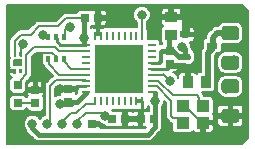
<source format=gtl>
G04 #@! TF.GenerationSoftware,KiCad,Pcbnew,5.0.0-rc3+dfsg1-2*
G04 #@! TF.CreationDate,2018-08-20T10:01:45+09:00*
G04 #@! TF.ProjectId,fst-01,6673742D30312E6B696361645F706362,rev?*
G04 #@! TF.SameCoordinates,PX791ddc0PY5e69114*
G04 #@! TF.FileFunction,Copper,L1,Top,Signal*
G04 #@! TF.FilePolarity,Positive*
%FSLAX46Y46*%
G04 Gerber Fmt 4.6, Leading zero omitted, Abs format (unit mm)*
G04 Created by KiCad (PCBNEW 5.0.0-rc3+dfsg1-2) date Mon Aug 20 10:01:45 2018*
%MOMM*%
%LPD*%
G01*
G04 APERTURE LIST*
G04 #@! TA.AperFunction,ComponentPad*
%ADD10C,0.750000*%
G04 #@! TD*
G04 #@! TA.AperFunction,Conductor*
%ADD11C,0.150000*%
G04 #@! TD*
G04 #@! TA.AperFunction,SMDPad,CuDef*
%ADD12C,1.200000*%
G04 #@! TD*
G04 #@! TA.AperFunction,SMDPad,CuDef*
%ADD13C,0.600000*%
G04 #@! TD*
G04 #@! TA.AperFunction,SMDPad,CuDef*
%ADD14C,0.220000*%
G04 #@! TD*
G04 #@! TA.AperFunction,SMDPad,CuDef*
%ADD15R,0.900000X0.600000*%
G04 #@! TD*
G04 #@! TA.AperFunction,SMDPad,CuDef*
%ADD16R,0.400000X0.500000*%
G04 #@! TD*
G04 #@! TA.AperFunction,SMDPad,CuDef*
%ADD17R,1.100000X1.000000*%
G04 #@! TD*
G04 #@! TA.AperFunction,SMDPad,CuDef*
%ADD18R,0.700000X0.700000*%
G04 #@! TD*
G04 #@! TA.AperFunction,ComponentPad*
%ADD19C,0.800000*%
G04 #@! TD*
G04 #@! TA.AperFunction,ComponentPad*
%ADD20R,0.800000X0.800000*%
G04 #@! TD*
G04 #@! TA.AperFunction,SMDPad,CuDef*
%ADD21R,0.280000X0.750000*%
G04 #@! TD*
G04 #@! TA.AperFunction,SMDPad,CuDef*
%ADD22R,0.750000X0.280000*%
G04 #@! TD*
G04 #@! TA.AperFunction,SMDPad,CuDef*
%ADD23R,2.000000X2.000000*%
G04 #@! TD*
G04 #@! TA.AperFunction,SMDPad,CuDef*
%ADD24R,0.698500X0.762000*%
G04 #@! TD*
G04 #@! TA.AperFunction,SMDPad,CuDef*
%ADD25R,0.899160X1.000760*%
G04 #@! TD*
G04 #@! TA.AperFunction,SMDPad,CuDef*
%ADD26R,0.762000X0.698500*%
G04 #@! TD*
G04 #@! TA.AperFunction,SMDPad,CuDef*
%ADD27R,1.000760X0.899160*%
G04 #@! TD*
G04 #@! TA.AperFunction,ViaPad*
%ADD28C,0.800000*%
G04 #@! TD*
G04 #@! TA.AperFunction,Conductor*
%ADD29C,0.200660*%
G04 #@! TD*
G04 #@! TA.AperFunction,Conductor*
%ADD30C,0.500000*%
G04 #@! TD*
G04 #@! TA.AperFunction,Conductor*
%ADD31C,0.599440*%
G04 #@! TD*
G04 #@! TA.AperFunction,Conductor*
%ADD32C,0.254000*%
G04 #@! TD*
G04 #@! TA.AperFunction,Conductor*
%ADD33C,0.279400*%
G04 #@! TD*
G04 #@! TA.AperFunction,Conductor*
%ADD34C,0.300000*%
G04 #@! TD*
G04 #@! TA.AperFunction,Conductor*
%ADD35C,0.380000*%
G04 #@! TD*
G04 #@! TA.AperFunction,Conductor*
%ADD36C,0.202000*%
G04 #@! TD*
G04 #@! TA.AperFunction,Conductor*
%ADD37C,0.508000*%
G04 #@! TD*
G04 #@! TA.AperFunction,Conductor*
%ADD38C,0.381000*%
G04 #@! TD*
G04 #@! TA.AperFunction,Conductor*
%ADD39C,0.250000*%
G04 #@! TD*
G04 #@! TA.AperFunction,Conductor*
%ADD40C,0.200000*%
G04 #@! TD*
G04 #@! TA.AperFunction,Conductor*
%ADD41C,0.400000*%
G04 #@! TD*
G04 APERTURE END LIST*
D10*
G04 #@! TO.P,J1,5*
G04 #@! TO.N,GND*
X1200000Y5250000D03*
X1200000Y-5250000D03*
D11*
G04 #@! TD*
G04 #@! TO.N,/VBUS*
G04 #@! TO.C,J1*
G36*
X1229405Y4098675D02*
X1258527Y4094356D01*
X1287085Y4087202D01*
X1314805Y4077284D01*
X1341419Y4064696D01*
X1366671Y4049561D01*
X1390318Y4032023D01*
X1412132Y4012252D01*
X1431903Y3990438D01*
X1449441Y3966791D01*
X1464576Y3941539D01*
X1477164Y3914925D01*
X1487082Y3887205D01*
X1494236Y3858647D01*
X1498555Y3829525D01*
X1500000Y3800120D01*
X1500000Y3200120D01*
X1498555Y3170715D01*
X1494236Y3141593D01*
X1487082Y3113035D01*
X1477164Y3085315D01*
X1464576Y3058701D01*
X1449441Y3033449D01*
X1431903Y3009802D01*
X1412132Y2987988D01*
X1390318Y2968217D01*
X1366671Y2950679D01*
X1341419Y2935544D01*
X1314805Y2922956D01*
X1287085Y2913038D01*
X1258527Y2905884D01*
X1229405Y2901565D01*
X1200000Y2900120D01*
X300000Y2900120D01*
X270595Y2901565D01*
X241473Y2905884D01*
X212915Y2913038D01*
X185195Y2922956D01*
X158581Y2935544D01*
X133329Y2950679D01*
X109682Y2968217D01*
X87868Y2987988D01*
X68097Y3009802D01*
X50559Y3033449D01*
X35424Y3058701D01*
X22836Y3085315D01*
X12918Y3113035D01*
X5764Y3141593D01*
X1445Y3170715D01*
X0Y3200120D01*
X0Y3800120D01*
X1445Y3829525D01*
X5764Y3858647D01*
X12918Y3887205D01*
X22836Y3914925D01*
X35424Y3941539D01*
X50559Y3966791D01*
X68097Y3990438D01*
X87868Y4012252D01*
X109682Y4032023D01*
X133329Y4049561D01*
X158581Y4064696D01*
X185195Y4077284D01*
X212915Y4087202D01*
X241473Y4094356D01*
X270595Y4098675D01*
X300000Y4100120D01*
X1200000Y4100120D01*
X1229405Y4098675D01*
X1229405Y4098675D01*
G37*
D12*
G04 #@! TO.P,J1,1*
G04 #@! TO.N,/VBUS*
X750000Y3500120D03*
D11*
G04 #@! TD*
G04 #@! TO.N,GND*
G04 #@! TO.C,J1*
G36*
X1229405Y-2901445D02*
X1258527Y-2905764D01*
X1287085Y-2912918D01*
X1314805Y-2922836D01*
X1341419Y-2935424D01*
X1366671Y-2950559D01*
X1390318Y-2968097D01*
X1412132Y-2987868D01*
X1431903Y-3009682D01*
X1449441Y-3033329D01*
X1464576Y-3058581D01*
X1477164Y-3085195D01*
X1487082Y-3112915D01*
X1494236Y-3141473D01*
X1498555Y-3170595D01*
X1500000Y-3200000D01*
X1500000Y-3800000D01*
X1498555Y-3829405D01*
X1494236Y-3858527D01*
X1487082Y-3887085D01*
X1477164Y-3914805D01*
X1464576Y-3941419D01*
X1449441Y-3966671D01*
X1431903Y-3990318D01*
X1412132Y-4012132D01*
X1390318Y-4031903D01*
X1366671Y-4049441D01*
X1341419Y-4064576D01*
X1314805Y-4077164D01*
X1287085Y-4087082D01*
X1258527Y-4094236D01*
X1229405Y-4098555D01*
X1200000Y-4100000D01*
X300000Y-4100000D01*
X270595Y-4098555D01*
X241473Y-4094236D01*
X212915Y-4087082D01*
X185195Y-4077164D01*
X158581Y-4064576D01*
X133329Y-4049441D01*
X109682Y-4031903D01*
X87868Y-4012132D01*
X68097Y-3990318D01*
X50559Y-3966671D01*
X35424Y-3941419D01*
X22836Y-3914805D01*
X12918Y-3887085D01*
X5764Y-3858527D01*
X1445Y-3829405D01*
X0Y-3800000D01*
X0Y-3200000D01*
X1445Y-3170595D01*
X5764Y-3141473D01*
X12918Y-3112915D01*
X22836Y-3085195D01*
X35424Y-3058581D01*
X50559Y-3033329D01*
X68097Y-3009682D01*
X87868Y-2987868D01*
X109682Y-2968097D01*
X133329Y-2950559D01*
X158581Y-2935424D01*
X185195Y-2922836D01*
X212915Y-2912918D01*
X241473Y-2905764D01*
X270595Y-2901445D01*
X300000Y-2900000D01*
X1200000Y-2900000D01*
X1229405Y-2901445D01*
X1229405Y-2901445D01*
G37*
D12*
G04 #@! TO.P,J1,4*
G04 #@! TO.N,GND*
X750000Y-3500000D03*
D11*
G04 #@! TD*
G04 #@! TO.N,/D-_PLUG*
G04 #@! TO.C,J1*
G36*
X1229405Y1598555D02*
X1258527Y1594236D01*
X1287085Y1587082D01*
X1314805Y1577164D01*
X1341419Y1564576D01*
X1366671Y1549441D01*
X1390318Y1531903D01*
X1412132Y1512132D01*
X1431903Y1490318D01*
X1449441Y1466671D01*
X1464576Y1441419D01*
X1477164Y1414805D01*
X1487082Y1387085D01*
X1494236Y1358527D01*
X1498555Y1329405D01*
X1500000Y1300000D01*
X1500000Y700000D01*
X1498555Y670595D01*
X1494236Y641473D01*
X1487082Y612915D01*
X1477164Y585195D01*
X1464576Y558581D01*
X1449441Y533329D01*
X1431903Y509682D01*
X1412132Y487868D01*
X1390318Y468097D01*
X1366671Y450559D01*
X1341419Y435424D01*
X1314805Y422836D01*
X1287085Y412918D01*
X1258527Y405764D01*
X1229405Y401445D01*
X1200000Y400000D01*
X300000Y400000D01*
X270595Y401445D01*
X241473Y405764D01*
X212915Y412918D01*
X185195Y422836D01*
X158581Y435424D01*
X133329Y450559D01*
X109682Y468097D01*
X87868Y487868D01*
X68097Y509682D01*
X50559Y533329D01*
X35424Y558581D01*
X22836Y585195D01*
X12918Y612915D01*
X5764Y641473D01*
X1445Y670595D01*
X0Y700000D01*
X0Y1300000D01*
X1445Y1329405D01*
X5764Y1358527D01*
X12918Y1387085D01*
X22836Y1414805D01*
X35424Y1441419D01*
X50559Y1466671D01*
X68097Y1490318D01*
X87868Y1512132D01*
X109682Y1531903D01*
X133329Y1549441D01*
X158581Y1564576D01*
X185195Y1577164D01*
X212915Y1587082D01*
X241473Y1594236D01*
X270595Y1598555D01*
X300000Y1600000D01*
X1200000Y1600000D01*
X1229405Y1598555D01*
X1229405Y1598555D01*
G37*
D12*
G04 #@! TO.P,J1,2*
G04 #@! TO.N,/D-_PLUG*
X750000Y1000000D03*
D11*
G04 #@! TD*
G04 #@! TO.N,/D+_PLUG*
G04 #@! TO.C,J1*
G36*
X1229405Y-401445D02*
X1258527Y-405764D01*
X1287085Y-412918D01*
X1314805Y-422836D01*
X1341419Y-435424D01*
X1366671Y-450559D01*
X1390318Y-468097D01*
X1412132Y-487868D01*
X1431903Y-509682D01*
X1449441Y-533329D01*
X1464576Y-558581D01*
X1477164Y-585195D01*
X1487082Y-612915D01*
X1494236Y-641473D01*
X1498555Y-670595D01*
X1500000Y-700000D01*
X1500000Y-1300000D01*
X1498555Y-1329405D01*
X1494236Y-1358527D01*
X1487082Y-1387085D01*
X1477164Y-1414805D01*
X1464576Y-1441419D01*
X1449441Y-1466671D01*
X1431903Y-1490318D01*
X1412132Y-1512132D01*
X1390318Y-1531903D01*
X1366671Y-1549441D01*
X1341419Y-1564576D01*
X1314805Y-1577164D01*
X1287085Y-1587082D01*
X1258527Y-1594236D01*
X1229405Y-1598555D01*
X1200000Y-1600000D01*
X300000Y-1600000D01*
X270595Y-1598555D01*
X241473Y-1594236D01*
X212915Y-1587082D01*
X185195Y-1577164D01*
X158581Y-1564576D01*
X133329Y-1549441D01*
X109682Y-1531903D01*
X87868Y-1512132D01*
X68097Y-1490318D01*
X50559Y-1466671D01*
X35424Y-1441419D01*
X22836Y-1414805D01*
X12918Y-1387085D01*
X5764Y-1358527D01*
X1445Y-1329405D01*
X0Y-1300000D01*
X0Y-700000D01*
X1445Y-670595D01*
X5764Y-641473D01*
X12918Y-612915D01*
X22836Y-585195D01*
X35424Y-558581D01*
X50559Y-533329D01*
X68097Y-509682D01*
X87868Y-487868D01*
X109682Y-468097D01*
X133329Y-450559D01*
X158581Y-435424D01*
X185195Y-422836D01*
X212915Y-412918D01*
X241473Y-405764D01*
X270595Y-401445D01*
X300000Y-400000D01*
X1200000Y-400000D01*
X1229405Y-401445D01*
X1229405Y-401445D01*
G37*
D12*
G04 #@! TO.P,J1,3*
G04 #@! TO.N,/D+_PLUG*
X750000Y-1000000D03*
G04 #@! TD*
D11*
G04 #@! TO.N,N/C*
G04 #@! TO.C,U4*
G36*
X-16985297Y1299278D02*
X-16970736Y1297118D01*
X-16956457Y1293541D01*
X-16942597Y1288582D01*
X-16929290Y1282288D01*
X-16916664Y1274720D01*
X-16904841Y1265952D01*
X-16893934Y1256066D01*
X-16884048Y1245159D01*
X-16875280Y1233336D01*
X-16867712Y1220710D01*
X-16861418Y1207403D01*
X-16856459Y1193543D01*
X-16852882Y1179264D01*
X-16850722Y1164703D01*
X-16850000Y1150000D01*
X-16850000Y850000D01*
X-16850722Y835297D01*
X-16852882Y820736D01*
X-16856459Y806457D01*
X-16861418Y792597D01*
X-16867712Y779290D01*
X-16875280Y766664D01*
X-16884048Y754841D01*
X-16893934Y743934D01*
X-16904841Y734048D01*
X-16916664Y725280D01*
X-16929290Y717712D01*
X-16942597Y711418D01*
X-16956457Y706459D01*
X-16970736Y702882D01*
X-16985297Y700722D01*
X-17000000Y700000D01*
X-17500000Y700000D01*
X-17514703Y700722D01*
X-17529264Y702882D01*
X-17543543Y706459D01*
X-17557403Y711418D01*
X-17570710Y717712D01*
X-17583336Y725280D01*
X-17595159Y734048D01*
X-17606066Y743934D01*
X-17615952Y754841D01*
X-17624720Y766664D01*
X-17632288Y779290D01*
X-17638582Y792597D01*
X-17643541Y806457D01*
X-17647118Y820736D01*
X-17649278Y835297D01*
X-17650000Y850000D01*
X-17650000Y1150000D01*
X-17649278Y1164703D01*
X-17647118Y1179264D01*
X-17643541Y1193543D01*
X-17638582Y1207403D01*
X-17632288Y1220710D01*
X-17624720Y1233336D01*
X-17615952Y1245159D01*
X-17606066Y1256066D01*
X-17595159Y1265952D01*
X-17583336Y1274720D01*
X-17570710Y1282288D01*
X-17557403Y1288582D01*
X-17543543Y1293541D01*
X-17529264Y1297118D01*
X-17514703Y1299278D01*
X-17500000Y1300000D01*
X-17000000Y1300000D01*
X-16985297Y1299278D01*
X-16985297Y1299278D01*
G37*
D13*
G04 #@! TD*
G04 #@! TO.P,U4,5*
G04 #@! TO.N,N/C*
X-17250000Y1000000D03*
D11*
G04 #@! TO.N,+3V3*
G04 #@! TO.C,U4*
G36*
X-17439609Y1899735D02*
X-17434270Y1898943D01*
X-17429034Y1897632D01*
X-17423952Y1895813D01*
X-17419073Y1893506D01*
X-17414444Y1890731D01*
X-17410108Y1887516D01*
X-17406109Y1883891D01*
X-17402484Y1879892D01*
X-17399269Y1875556D01*
X-17396494Y1870927D01*
X-17394187Y1866048D01*
X-17392368Y1860966D01*
X-17391057Y1855730D01*
X-17390265Y1850391D01*
X-17390000Y1845000D01*
X-17390000Y1555000D01*
X-17390265Y1549609D01*
X-17391057Y1544270D01*
X-17392368Y1539034D01*
X-17394187Y1533952D01*
X-17396494Y1529073D01*
X-17399269Y1524444D01*
X-17402484Y1520108D01*
X-17406109Y1516109D01*
X-17410108Y1512484D01*
X-17414444Y1509269D01*
X-17419073Y1506494D01*
X-17423952Y1504187D01*
X-17429034Y1502368D01*
X-17434270Y1501057D01*
X-17439609Y1500265D01*
X-17445000Y1500000D01*
X-17555000Y1500000D01*
X-17560391Y1500265D01*
X-17565730Y1501057D01*
X-17570966Y1502368D01*
X-17576048Y1504187D01*
X-17580927Y1506494D01*
X-17585556Y1509269D01*
X-17589892Y1512484D01*
X-17593891Y1516109D01*
X-17597516Y1520108D01*
X-17600731Y1524444D01*
X-17603506Y1529073D01*
X-17605813Y1533952D01*
X-17607632Y1539034D01*
X-17608943Y1544270D01*
X-17609735Y1549609D01*
X-17610000Y1555000D01*
X-17610000Y1845000D01*
X-17609735Y1850391D01*
X-17608943Y1855730D01*
X-17607632Y1860966D01*
X-17605813Y1866048D01*
X-17603506Y1870927D01*
X-17600731Y1875556D01*
X-17597516Y1879892D01*
X-17593891Y1883891D01*
X-17589892Y1887516D01*
X-17585556Y1890731D01*
X-17580927Y1893506D01*
X-17576048Y1895813D01*
X-17570966Y1897632D01*
X-17565730Y1898943D01*
X-17560391Y1899735D01*
X-17555000Y1900000D01*
X-17445000Y1900000D01*
X-17439609Y1899735D01*
X-17439609Y1899735D01*
G37*
D14*
G04 #@! TD*
G04 #@! TO.P,U4,1*
G04 #@! TO.N,+3V3*
X-17500000Y1700000D03*
D11*
G04 #@! TO.N,/PA3*
G04 #@! TO.C,U4*
G36*
X-16939609Y1899735D02*
X-16934270Y1898943D01*
X-16929034Y1897632D01*
X-16923952Y1895813D01*
X-16919073Y1893506D01*
X-16914444Y1890731D01*
X-16910108Y1887516D01*
X-16906109Y1883891D01*
X-16902484Y1879892D01*
X-16899269Y1875556D01*
X-16896494Y1870927D01*
X-16894187Y1866048D01*
X-16892368Y1860966D01*
X-16891057Y1855730D01*
X-16890265Y1850391D01*
X-16890000Y1845000D01*
X-16890000Y1555000D01*
X-16890265Y1549609D01*
X-16891057Y1544270D01*
X-16892368Y1539034D01*
X-16894187Y1533952D01*
X-16896494Y1529073D01*
X-16899269Y1524444D01*
X-16902484Y1520108D01*
X-16906109Y1516109D01*
X-16910108Y1512484D01*
X-16914444Y1509269D01*
X-16919073Y1506494D01*
X-16923952Y1504187D01*
X-16929034Y1502368D01*
X-16934270Y1501057D01*
X-16939609Y1500265D01*
X-16945000Y1500000D01*
X-17055000Y1500000D01*
X-17060391Y1500265D01*
X-17065730Y1501057D01*
X-17070966Y1502368D01*
X-17076048Y1504187D01*
X-17080927Y1506494D01*
X-17085556Y1509269D01*
X-17089892Y1512484D01*
X-17093891Y1516109D01*
X-17097516Y1520108D01*
X-17100731Y1524444D01*
X-17103506Y1529073D01*
X-17105813Y1533952D01*
X-17107632Y1539034D01*
X-17108943Y1544270D01*
X-17109735Y1549609D01*
X-17110000Y1555000D01*
X-17110000Y1845000D01*
X-17109735Y1850391D01*
X-17108943Y1855730D01*
X-17107632Y1860966D01*
X-17105813Y1866048D01*
X-17103506Y1870927D01*
X-17100731Y1875556D01*
X-17097516Y1879892D01*
X-17093891Y1883891D01*
X-17089892Y1887516D01*
X-17085556Y1890731D01*
X-17080927Y1893506D01*
X-17076048Y1895813D01*
X-17070966Y1897632D01*
X-17065730Y1898943D01*
X-17060391Y1899735D01*
X-17055000Y1900000D01*
X-16945000Y1900000D01*
X-16939609Y1899735D01*
X-16939609Y1899735D01*
G37*
D14*
G04 #@! TD*
G04 #@! TO.P,U4,4*
G04 #@! TO.N,/PA3*
X-17000000Y1700000D03*
D11*
G04 #@! TO.N,GND*
G04 #@! TO.C,U4*
G36*
X-17439609Y499735D02*
X-17434270Y498943D01*
X-17429034Y497632D01*
X-17423952Y495813D01*
X-17419073Y493506D01*
X-17414444Y490731D01*
X-17410108Y487516D01*
X-17406109Y483891D01*
X-17402484Y479892D01*
X-17399269Y475556D01*
X-17396494Y470927D01*
X-17394187Y466048D01*
X-17392368Y460966D01*
X-17391057Y455730D01*
X-17390265Y450391D01*
X-17390000Y445000D01*
X-17390000Y155000D01*
X-17390265Y149609D01*
X-17391057Y144270D01*
X-17392368Y139034D01*
X-17394187Y133952D01*
X-17396494Y129073D01*
X-17399269Y124444D01*
X-17402484Y120108D01*
X-17406109Y116109D01*
X-17410108Y112484D01*
X-17414444Y109269D01*
X-17419073Y106494D01*
X-17423952Y104187D01*
X-17429034Y102368D01*
X-17434270Y101057D01*
X-17439609Y100265D01*
X-17445000Y100000D01*
X-17555000Y100000D01*
X-17560391Y100265D01*
X-17565730Y101057D01*
X-17570966Y102368D01*
X-17576048Y104187D01*
X-17580927Y106494D01*
X-17585556Y109269D01*
X-17589892Y112484D01*
X-17593891Y116109D01*
X-17597516Y120108D01*
X-17600731Y124444D01*
X-17603506Y129073D01*
X-17605813Y133952D01*
X-17607632Y139034D01*
X-17608943Y144270D01*
X-17609735Y149609D01*
X-17610000Y155000D01*
X-17610000Y445000D01*
X-17609735Y450391D01*
X-17608943Y455730D01*
X-17607632Y460966D01*
X-17605813Y466048D01*
X-17603506Y470927D01*
X-17600731Y475556D01*
X-17597516Y479892D01*
X-17593891Y483891D01*
X-17589892Y487516D01*
X-17585556Y490731D01*
X-17580927Y493506D01*
X-17576048Y495813D01*
X-17570966Y497632D01*
X-17565730Y498943D01*
X-17560391Y499735D01*
X-17555000Y500000D01*
X-17445000Y500000D01*
X-17439609Y499735D01*
X-17439609Y499735D01*
G37*
D14*
G04 #@! TD*
G04 #@! TO.P,U4,2*
G04 #@! TO.N,GND*
X-17500000Y300000D03*
D11*
G04 #@! TO.N,Net-(U4-Pad3)*
G04 #@! TO.C,U4*
G36*
X-16939609Y499735D02*
X-16934270Y498943D01*
X-16929034Y497632D01*
X-16923952Y495813D01*
X-16919073Y493506D01*
X-16914444Y490731D01*
X-16910108Y487516D01*
X-16906109Y483891D01*
X-16902484Y479892D01*
X-16899269Y475556D01*
X-16896494Y470927D01*
X-16894187Y466048D01*
X-16892368Y460966D01*
X-16891057Y455730D01*
X-16890265Y450391D01*
X-16890000Y445000D01*
X-16890000Y155000D01*
X-16890265Y149609D01*
X-16891057Y144270D01*
X-16892368Y139034D01*
X-16894187Y133952D01*
X-16896494Y129073D01*
X-16899269Y124444D01*
X-16902484Y120108D01*
X-16906109Y116109D01*
X-16910108Y112484D01*
X-16914444Y109269D01*
X-16919073Y106494D01*
X-16923952Y104187D01*
X-16929034Y102368D01*
X-16934270Y101057D01*
X-16939609Y100265D01*
X-16945000Y100000D01*
X-17055000Y100000D01*
X-17060391Y100265D01*
X-17065730Y101057D01*
X-17070966Y102368D01*
X-17076048Y104187D01*
X-17080927Y106494D01*
X-17085556Y109269D01*
X-17089892Y112484D01*
X-17093891Y116109D01*
X-17097516Y120108D01*
X-17100731Y124444D01*
X-17103506Y129073D01*
X-17105813Y133952D01*
X-17107632Y139034D01*
X-17108943Y144270D01*
X-17109735Y149609D01*
X-17110000Y155000D01*
X-17110000Y445000D01*
X-17109735Y450391D01*
X-17108943Y455730D01*
X-17107632Y460966D01*
X-17105813Y466048D01*
X-17103506Y470927D01*
X-17100731Y475556D01*
X-17097516Y479892D01*
X-17093891Y483891D01*
X-17089892Y487516D01*
X-17085556Y490731D01*
X-17080927Y493506D01*
X-17076048Y495813D01*
X-17070966Y497632D01*
X-17065730Y498943D01*
X-17060391Y499735D01*
X-17055000Y500000D01*
X-16945000Y500000D01*
X-16939609Y499735D01*
X-16939609Y499735D01*
G37*
D14*
G04 #@! TD*
G04 #@! TO.P,U4,3*
G04 #@! TO.N,Net-(U4-Pad3)*
X-17000000Y300000D03*
D15*
G04 #@! TO.P,U2,3*
G04 #@! TO.N,/VBUS*
X-780000Y2440000D03*
G04 #@! TO.P,U2,2*
G04 #@! TO.N,+3V3*
X-3080000Y1490000D03*
G04 #@! TO.P,U2,1*
G04 #@! TO.N,GND*
X-3080000Y3390000D03*
G04 #@! TD*
D16*
G04 #@! TO.P,U3,6*
G04 #@! TO.N,/D+_PLUG*
X-14650000Y3190000D03*
G04 #@! TO.P,U3,5*
G04 #@! TO.N,+3V3*
X-14000000Y3190000D03*
G04 #@! TO.P,U3,4*
G04 #@! TO.N,/D-_PLUG*
X-13350000Y3190000D03*
G04 #@! TO.P,U3,3*
G04 #@! TO.N,/D-*
X-13350000Y1290000D03*
G04 #@! TO.P,U3,2*
G04 #@! TO.N,GND*
X-14000000Y1290000D03*
G04 #@! TO.P,U3,1*
G04 #@! TO.N,/D+*
X-14650000Y1290000D03*
G04 #@! TD*
D17*
G04 #@! TO.P,X1,3*
G04 #@! TO.N,GND*
X-3280000Y-2680000D03*
G04 #@! TO.P,X1,1*
G04 #@! TO.N,/OSC_IN*
X-3280000Y-4080000D03*
G04 #@! TO.P,X1,3*
G04 #@! TO.N,GND*
X-1580000Y-4080000D03*
G04 #@! TO.P,X1,2*
G04 #@! TO.N,/OSC_OUT*
X-1580000Y-2680000D03*
G04 #@! TD*
D18*
G04 #@! TO.P,D1,2*
G04 #@! TO.N,/LED*
X-17250000Y-910000D03*
G04 #@! TO.P,D1,1*
G04 #@! TO.N,Net-(D1-Pad1)*
X-17250000Y-2410000D03*
G04 #@! TD*
D19*
G04 #@! TO.P,K1,2*
G04 #@! TO.N,/SWDIO*
X-14732000Y-4178300D03*
G04 #@! TO.P,K1,1*
G04 #@! TO.N,+3V3*
X-16002000Y-4178300D03*
G04 #@! TO.P,K1,3*
G04 #@! TO.N,/SWCLK*
X-13462000Y-4178300D03*
G04 #@! TO.P,K1,4*
G04 #@! TO.N,/NRST*
X-12192000Y-4178300D03*
D20*
G04 #@! TO.P,K1,5*
G04 #@! TO.N,GND*
X-10922000Y-4178300D03*
G04 #@! TD*
D21*
G04 #@! TO.P,U1,36*
G04 #@! TO.N,GND*
X-6700000Y-2285000D03*
G04 #@! TO.P,U1,35*
X-7200000Y-2285000D03*
G04 #@! TO.P,U1,34*
G04 #@! TO.N,Net-(U1-Pad34)*
X-7700000Y-2285000D03*
G04 #@! TO.P,U1,33*
G04 #@! TO.N,Net-(U1-Pad33)*
X-8200000Y-2285000D03*
G04 #@! TO.P,U1,32*
G04 #@! TO.N,Net-(U1-Pad32)*
X-8700000Y-2285000D03*
G04 #@! TO.P,U1,31*
G04 #@! TO.N,Net-(U1-Pad31)*
X-9200000Y-2285000D03*
G04 #@! TO.P,U1,30*
G04 #@! TO.N,Net-(U1-Pad30)*
X-9700000Y-2285000D03*
G04 #@! TO.P,U1,29*
G04 #@! TO.N,Net-(U1-Pad29)*
X-10200000Y-2285000D03*
G04 #@! TO.P,U1,28*
G04 #@! TO.N,/SWCLK*
X-10700000Y-2285000D03*
D22*
G04 #@! TO.P,U1,27*
G04 #@! TO.N,+3V3*
X-11475000Y-1510000D03*
G04 #@! TO.P,U1,26*
G04 #@! TO.N,GND*
X-11475000Y-1010000D03*
G04 #@! TO.P,U1,25*
G04 #@! TO.N,/SWDIO*
X-11475000Y-510000D03*
G04 #@! TO.P,U1,24*
G04 #@! TO.N,/D+*
X-11475000Y-10000D03*
G04 #@! TO.P,U1,23*
G04 #@! TO.N,/D-*
X-11475000Y490000D03*
G04 #@! TO.P,U1,22*
G04 #@! TO.N,Net-(U1-Pad22)*
X-11475000Y990000D03*
G04 #@! TO.P,U1,21*
G04 #@! TO.N,Net-(U1-Pad21)*
X-11475000Y1490000D03*
G04 #@! TO.P,U1,20*
G04 #@! TO.N,/LED*
X-11475000Y1990000D03*
G04 #@! TO.P,U1,19*
G04 #@! TO.N,+3V3*
X-11475000Y2490000D03*
D21*
G04 #@! TO.P,U1,18*
G04 #@! TO.N,GND*
X-10700000Y3265000D03*
G04 #@! TO.P,U1,17*
X-10200000Y3265000D03*
G04 #@! TO.P,U1,16*
G04 #@! TO.N,Net-(U1-Pad16)*
X-9700000Y3265000D03*
G04 #@! TO.P,U1,15*
G04 #@! TO.N,Net-(U1-Pad15)*
X-9200000Y3265000D03*
G04 #@! TO.P,U1,14*
G04 #@! TO.N,Net-(U1-Pad14)*
X-8700000Y3265000D03*
G04 #@! TO.P,U1,13*
G04 #@! TO.N,Net-(U1-Pad13)*
X-8200000Y3265000D03*
G04 #@! TO.P,U1,12*
G04 #@! TO.N,Net-(U1-Pad12)*
X-7700000Y3265000D03*
G04 #@! TO.P,U1,11*
G04 #@! TO.N,Net-(U1-Pad11)*
X-7200000Y3265000D03*
G04 #@! TO.P,U1,10*
G04 #@! TO.N,/PA3*
X-6700000Y3265000D03*
D22*
G04 #@! TO.P,U1,9*
G04 #@! TO.N,Net-(U1-Pad9)*
X-5925000Y2490000D03*
G04 #@! TO.P,U1,8*
G04 #@! TO.N,Net-(U1-Pad8)*
X-5925000Y1990000D03*
G04 #@! TO.P,U1,7*
G04 #@! TO.N,Net-(U1-Pad7)*
X-5925000Y1490000D03*
G04 #@! TO.P,U1,6*
G04 #@! TO.N,+3V3*
X-5925000Y990000D03*
G04 #@! TO.P,U1,5*
G04 #@! TO.N,GND*
X-5925000Y490000D03*
G04 #@! TO.P,U1,4*
G04 #@! TO.N,/NRST*
X-5925000Y-10000D03*
G04 #@! TO.P,U1,3*
G04 #@! TO.N,/OSC_OUT*
X-5925000Y-510000D03*
G04 #@! TO.P,U1,2*
G04 #@! TO.N,/OSC_IN*
X-5925000Y-1010000D03*
G04 #@! TO.P,U1,1*
G04 #@! TO.N,+3V3*
X-5925000Y-1510000D03*
D23*
G04 #@! TO.P,U1,37*
G04 #@! TO.N,GND*
X-7700000Y-510000D03*
X-9700000Y1490000D03*
X-9700000Y-510000D03*
X-7700000Y1490000D03*
G04 #@! TD*
D24*
G04 #@! TO.P,R1,1*
G04 #@! TO.N,Net-(D1-Pad1)*
X-15750000Y-2408640D03*
G04 #@! TO.P,R1,2*
G04 #@! TO.N,GND*
X-15750000Y-1311360D03*
G04 #@! TD*
D25*
G04 #@! TO.P,C7,2*
G04 #@! TO.N,GND*
X-2851840Y-660000D03*
G04 #@! TO.P,C7,1*
G04 #@! TO.N,/VBUS*
X-1348160Y-660000D03*
G04 #@! TD*
D24*
G04 #@! TO.P,C1,2*
G04 #@! TO.N,+3V3*
X-4400000Y2008640D03*
G04 #@! TO.P,C1,1*
G04 #@! TO.N,GND*
X-4400000Y911360D03*
G04 #@! TD*
D26*
G04 #@! TO.P,C2,2*
G04 #@! TO.N,+3V3*
X-5751360Y-3760000D03*
G04 #@! TO.P,C2,1*
G04 #@! TO.N,GND*
X-6848640Y-3760000D03*
G04 #@! TD*
G04 #@! TO.P,C5,2*
G04 #@! TO.N,+3V3*
X-11548640Y4790000D03*
G04 #@! TO.P,C5,1*
G04 #@! TO.N,GND*
X-10451360Y4790000D03*
G04 #@! TD*
D24*
G04 #@! TO.P,C4,2*
G04 #@! TO.N,+3V3*
X-13000000Y-2328640D03*
G04 #@! TO.P,C4,1*
G04 #@! TO.N,GND*
X-13000000Y-1231360D03*
G04 #@! TD*
D26*
G04 #@! TO.P,C3,2*
G04 #@! TO.N,GND*
X-8151360Y-3760000D03*
G04 #@! TO.P,C3,1*
G04 #@! TO.N,/NRST*
X-9248640Y-3760000D03*
G04 #@! TD*
D27*
G04 #@! TO.P,C6,2*
G04 #@! TO.N,GND*
X-4250000Y4851840D03*
G04 #@! TO.P,C6,1*
G04 #@! TO.N,+3V3*
X-4250000Y3348160D03*
G04 #@! TD*
D28*
G04 #@! TO.N,/D+_PLUG*
X396240Y-1203960D03*
X-15138660Y3353060D03*
G04 #@! TO.N,/D-_PLUG*
X1097280Y1198882D03*
X-12788222Y4023400D03*
G04 #@! TO.N,/NRST*
X-9822180Y-3497580D03*
X-4360139Y-550139D03*
G04 #@! TO.N,GND*
X-8699500Y419100D03*
X-13700000Y-1253500D03*
G04 #@! TO.N,+3V3*
X-3302000Y2362260D03*
X-11658600Y3098800D03*
X-5613400Y-2204720D03*
X-13700000Y-2503500D03*
G04 #@! TO.N,/PA3*
X-6756400Y5054600D03*
X-16789400Y2552700D03*
G04 #@! TD*
D29*
G04 #@! TO.N,/D+*
X-14610080Y855980D02*
X-14610080Y1330960D01*
X-13634720Y-25400D02*
X-13728700Y-25400D01*
X-13728700Y-25400D02*
X-14610080Y855980D01*
X-11511632Y-4951D02*
X-11709400Y-25400D01*
X-11709400Y-25400D02*
X-13639800Y-25400D01*
G04 #@! TO.N,/D+_PLUG*
X-14950442Y3177542D02*
X-15113000Y3340100D01*
X-14579600Y3175000D02*
X-14950442Y3175000D01*
G04 #@! TO.N,/D-*
X-13347700Y1231900D02*
X-13322300Y1257300D01*
X-13347700Y1117600D02*
X-13347700Y1231900D01*
X-11511632Y495429D02*
X-12725529Y495429D01*
X-12725529Y495429D02*
X-13347700Y1117600D01*
G04 #@! TO.N,/D-_PLUG*
X203954Y1198882D02*
X531595Y1198882D01*
X531595Y1198882D02*
X1097280Y1198882D01*
X201418Y1201418D02*
X203954Y1198882D01*
X-12750800Y3708400D02*
X-12750800Y3985978D01*
X-12750800Y3985978D02*
X-12788222Y4023400D01*
X-13258800Y3797300D02*
X-12903200Y4152900D01*
X-13258800Y3124200D02*
X-13258800Y3797300D01*
G04 #@! TO.N,/LED*
X-17018000Y-952500D02*
X-17145000Y-825500D01*
X-13782169Y1996569D02*
X-11511632Y1996569D01*
X-15887700Y2286000D02*
X-14071600Y2286000D01*
X-16535400Y128200D02*
X-16535400Y1638300D01*
X-14071600Y2286000D02*
X-13782169Y1996569D01*
X-16535400Y1638300D02*
X-15887700Y2286000D01*
X-16535400Y0D02*
X-16535400Y114300D01*
X-17005300Y-469900D02*
X-16535400Y0D01*
X-17183100Y-876300D02*
X-17005300Y-698500D01*
X-17005300Y-698500D02*
X-17005300Y-469900D01*
G04 #@! TO.N,/NRST*
X-5959192Y-4951D02*
X-5909663Y-54480D01*
X-5959192Y-4951D02*
X-4920109Y-4951D01*
X-10043160Y-3261360D02*
X-9789160Y-3515360D01*
X-9789160Y-3515360D02*
X-9098280Y-3515360D01*
X-11506200Y-3261360D02*
X-10043160Y-3261360D01*
X-12209780Y-4236720D02*
X-12209780Y-3964940D01*
X-12209780Y-3964940D02*
X-11506200Y-3261360D01*
X-4876800Y-50800D02*
X-4356100Y-571500D01*
X-4927600Y0D02*
X-4876800Y-50800D01*
G04 #@! TO.N,/OSC_IN*
X-3065780Y-4117340D02*
X-3065780Y-4112260D01*
X-5479510Y-1005711D02*
X-5959192Y-1005711D01*
X-4241800Y-2243421D02*
X-5479510Y-1005711D01*
X-4084320Y-3685540D02*
X-4241800Y-3528060D01*
X-4241800Y-3528060D02*
X-4241800Y-2243421D01*
X-3063240Y-4109720D02*
X-3487420Y-3685540D01*
X-3487420Y-3685540D02*
X-4084320Y-3685540D01*
G04 #@! TO.N,/OSC_OUT*
X-1882140Y-1965960D02*
X-1882140Y-2339340D01*
X-5380942Y-520700D02*
X-4141422Y-1760220D01*
X-5918200Y-520700D02*
X-5380942Y-520700D01*
X-4141422Y-1760220D02*
X-2087880Y-1760220D01*
X-1783080Y-2438400D02*
X-1628140Y-2438400D01*
X-2087880Y-1760220D02*
X-1882140Y-1965960D01*
X-1882140Y-2339340D02*
X-1783080Y-2438400D01*
G04 #@! TO.N,/SWCLK*
X-10736932Y-2505581D02*
X-10736932Y-2280791D01*
X-12278360Y-3271520D02*
X-11483340Y-2476500D01*
X-12748260Y-3271520D02*
X-12278360Y-3271520D01*
X-13451840Y-4165600D02*
X-13451840Y-3975100D01*
X-10795000Y-2476500D02*
X-10731500Y-2540000D01*
X-11483340Y-2476500D02*
X-10795000Y-2476500D01*
X-13451840Y-3975100D02*
X-12748260Y-3271520D01*
G04 #@! TO.N,/SWDIO*
X-14052300Y-505331D02*
X-14516100Y-969131D01*
X-11511632Y-505331D02*
X-14052300Y-505331D01*
X-14516100Y-969131D02*
X-14516100Y-3942080D01*
X-14732000Y-4165600D02*
X-14516100Y-3949700D01*
X-14732000Y-4178300D02*
X-14732000Y-4165600D01*
D30*
G04 #@! TO.N,/VBUS*
X-736600Y3124200D02*
X-381000Y3479800D01*
X-736600Y2581400D02*
X-736600Y3124200D01*
X-365760Y3495040D02*
X317500Y3495040D01*
X-736600Y2260600D02*
X-1143000Y1854200D01*
X-1143000Y-279400D02*
X-1295400Y-431800D01*
X-1143000Y1854200D02*
X-1143000Y-279400D01*
D29*
G04 #@! TO.N,GND*
X1200000Y5000000D02*
X1200000Y5023000D01*
X1200000Y5023000D02*
X1016000Y5207000D01*
D31*
X-7694012Y1536829D02*
X-7694012Y1500788D01*
X-9776812Y1536829D02*
X-9776812Y1496412D01*
X-9776812Y1496412D02*
X-7772400Y-508000D01*
X-7694012Y1536829D02*
X-7694012Y1475388D01*
X-8699500Y469900D02*
X-8699500Y419100D01*
X-8699500Y419100D02*
X-7785100Y-495300D01*
D29*
X-8737600Y457200D02*
X-8699500Y419100D01*
D31*
X-7694012Y1500788D02*
X-8737600Y457200D01*
D32*
X-5959192Y495429D02*
X-4546471Y495429D01*
D29*
X-4445000Y591820D02*
X-4445000Y889000D01*
D32*
X-4544060Y492760D02*
X-4445000Y591820D01*
D33*
X-11511632Y-1005711D02*
X-11986282Y-1005711D01*
D29*
X-15021560Y-3089910D02*
X-15281910Y-3350260D01*
X1200000Y-5000000D02*
X1079340Y-4879340D01*
X1079340Y-4879340D02*
X391160Y-4879340D01*
D31*
X-7719412Y1511429D02*
X-7719412Y1115412D01*
X-7719412Y1115412D02*
X-7768024Y1066800D01*
X-7768024Y1066800D02*
X-9372600Y1066800D01*
X-9779000Y1473200D02*
X-9779000Y1447800D01*
X-9779000Y1447800D02*
X-9372600Y1041400D01*
X-9372600Y1041400D02*
X-8102600Y1041400D01*
X-7719412Y-520571D02*
X-7861429Y-520571D01*
X-9751412Y1511429D02*
X-9690229Y1511429D01*
X-9690229Y1409829D02*
X-9296400Y1016000D01*
X-9690229Y1511429D02*
X-9690229Y1409829D01*
X-9690229Y1511429D02*
X-9271000Y1092200D01*
X-7719412Y-520571D02*
X-7785229Y-520571D01*
X-7785229Y-495171D02*
X-8229600Y-50800D01*
X-7785229Y-520571D02*
X-7785229Y-495171D01*
D34*
X-7167880Y-2280920D02*
X-6845300Y-2280920D01*
D35*
X-10414000Y4508500D02*
X-10414000Y3411220D01*
X-10629900Y3390900D02*
X-10309860Y3390900D01*
D33*
X-12158571Y-1015870D02*
X-12257632Y-1114931D01*
X-12257632Y-1114931D02*
X-12672412Y-1114931D01*
X-11976100Y-1005840D02*
X-11986130Y-1015870D01*
X-11986130Y-1015870D02*
X-12158571Y-1015870D01*
D29*
X-18084800Y3810000D02*
X-16560800Y5334000D01*
X-18084800Y355600D02*
X-18084800Y3810000D01*
X-18097500Y342900D02*
X-18084800Y355600D01*
X-18097500Y-3035300D02*
X-18097500Y342900D01*
X-15265400Y-3352800D02*
X-17780000Y-3352800D01*
X-17780000Y-3352800D02*
X-18097500Y-3035300D01*
D36*
X-14500860Y1844040D02*
X-14404340Y1844040D01*
X-15618460Y1844040D02*
X-14500860Y1844040D01*
X-15659100Y1803400D02*
X-15618460Y1844040D01*
X-15659100Y1473200D02*
X-15659100Y1803400D01*
D29*
X-13163017Y-1257300D02*
X-13728702Y-1257300D01*
X-12672412Y-1114931D02*
X-12814781Y-1257300D01*
X-12814781Y-1257300D02*
X-13163017Y-1257300D01*
X-10414000Y4419600D02*
X-10414000Y4953000D01*
D36*
X-13954760Y1483360D02*
X-13954760Y1285240D01*
X-14411960Y1844040D02*
X-14315440Y1844040D01*
X-14315440Y1844040D02*
X-13954760Y1483360D01*
X-15659100Y992951D02*
X-15659100Y1460500D01*
X-15163800Y497651D02*
X-15659100Y992951D01*
X-15163800Y-1054100D02*
X-15163800Y497651D01*
X-15024100Y-1193800D02*
X-15163800Y-1054100D01*
X-15011400Y-3098800D02*
X-15024100Y-3086100D01*
X-15024100Y-3086100D02*
X-15024100Y-1193800D01*
D29*
X-15064740Y-1280160D02*
X-15049500Y-1295400D01*
X-15697200Y-1280160D02*
X-15064740Y-1280160D01*
D37*
X-4610100Y4823460D02*
X-2959100Y4826000D01*
D38*
X-2910840Y3436620D02*
X-2819400Y3436620D01*
X-2921000Y3446780D02*
X-2910840Y3436620D01*
X-2921000Y4429760D02*
X-2921000Y3446780D01*
D39*
X-6692900Y-3581400D02*
X-6731000Y-3619500D01*
X-6756400Y-2260600D02*
X-6692900Y-2324100D01*
X-6692900Y-2324100D02*
X-6692900Y-3581400D01*
D29*
X-7112000Y-4508500D02*
X-6788150Y-4184650D01*
X-6788150Y-3543300D02*
X-7042150Y-3797300D01*
X-10198100Y-4508500D02*
X-7112000Y-4508500D01*
X-6788150Y-4184650D02*
X-6788150Y-3543300D01*
X-10876280Y-4163060D02*
X-10543540Y-4163060D01*
X-10543540Y-4163060D02*
X-10198100Y-4508500D01*
X393700Y5829300D02*
X1143000Y5080000D01*
X-2425700Y5829300D02*
X393700Y5829300D01*
D36*
X-16258540Y5638800D02*
X-16550640Y5346700D01*
X-12179580Y5638800D02*
X-16258540Y5638800D01*
X-12170969Y5647411D02*
X-12179580Y5638800D01*
X-10401300Y5003800D02*
X-10401300Y5308600D01*
X-10740111Y5647411D02*
X-12170969Y5647411D01*
X-10401300Y5308600D02*
X-10740111Y5647411D01*
D29*
X-2730500Y5816600D02*
X-2425700Y5816600D01*
X-2933700Y5613400D02*
X-2730500Y5816600D01*
X-3180080Y4968240D02*
X-2933700Y5130800D01*
X-2933700Y5130800D02*
X-2933700Y5613400D01*
X-8128000Y-3759200D02*
X-7042150Y-3759200D01*
X-8153400Y-3733800D02*
X-8128000Y-3759200D01*
X-18084800Y406400D02*
X-18084800Y355600D01*
X-17449800Y368300D02*
X-18046700Y368300D01*
X-18046700Y368300D02*
X-18084800Y406400D01*
D40*
X-2930120Y-2698520D02*
X-3085200Y-2698520D01*
X-1922780Y-3883660D02*
X-3125700Y-2680740D01*
D29*
X-1120140Y-4112260D02*
X-1346200Y-3886200D01*
X-599440Y-4112260D02*
X-1120140Y-4112260D01*
X403860Y-4879340D02*
X167640Y-4879340D01*
X167640Y-4879340D02*
X-599440Y-4112260D01*
D30*
X-4318000Y711200D02*
X-4470400Y863600D01*
X-3073400Y711200D02*
X-4318000Y711200D01*
X-2851840Y-457200D02*
X-2851840Y489640D01*
X-2851840Y489640D02*
X-3073400Y711200D01*
D33*
G04 #@! TO.N,+3V3*
X-11633200Y2654300D02*
X-11480800Y2501900D01*
D38*
X-11633200Y3797300D02*
X-11633200Y2654300D01*
D33*
X-11511632Y2496949D02*
X-12961749Y2496949D01*
D35*
X-5651500Y-1549400D02*
X-5638800Y-1562100D01*
D33*
X-5189091Y995809D02*
X-5179060Y1005840D01*
X-5959192Y995809D02*
X-5189091Y995809D01*
D41*
X-3614420Y1496060D02*
X-2816860Y1496060D01*
X-4140200Y2021840D02*
X-3614420Y1496060D01*
X-4307840Y2021840D02*
X-4140200Y2021840D01*
D38*
X-4470400Y3098800D02*
X-4470400Y2184400D01*
X-4470400Y2184400D02*
X-4307840Y2021840D01*
X-12264871Y-2354580D02*
X-11480800Y-1570509D01*
X-12585700Y-2354580D02*
X-12264871Y-2354580D01*
X-13528040Y-2537460D02*
X-12768580Y-2537460D01*
X-12768580Y-2537460D02*
X-12585700Y-2354580D01*
X-11633200Y3266440D02*
X-11549380Y3182620D01*
X-11633200Y3740756D02*
X-11633200Y3266440D01*
D33*
X-13944600Y2804160D02*
X-13944600Y3111500D01*
X-12903200Y2489200D02*
X-13637389Y2496949D01*
X-13637389Y2496949D02*
X-13944600Y2804160D01*
D38*
X-11635740Y3850640D02*
X-11633200Y3848100D01*
X-11633200Y4902200D02*
X-11635740Y4378960D01*
X-11635740Y4378960D02*
X-11635740Y3850640D01*
D35*
X-5143500Y1092200D02*
X-5143500Y1930400D01*
X-5194300Y1041400D02*
X-5143500Y1092200D01*
D41*
X-5054600Y2006600D02*
X-4577844Y2006600D01*
X-5143500Y1917700D02*
X-5054600Y2006600D01*
X-5613400Y-4470400D02*
X-5613400Y-1600200D01*
X-6248400Y-5105400D02*
X-5613400Y-4470400D01*
X-16002000Y-4191000D02*
X-16002000Y-4572000D01*
X-15468600Y-5105400D02*
X-6248400Y-5105400D01*
X-16002000Y-4572000D02*
X-15468600Y-5105400D01*
D29*
X-17500600Y2844800D02*
X-17500600Y1778000D01*
X-16979900Y3365500D02*
X-17500600Y2844800D01*
X-13186988Y4749800D02*
X-13860088Y4076700D01*
X-13860088Y4076700D02*
X-15455900Y4076700D01*
X-16167100Y3365500D02*
X-16979900Y3365500D01*
X-11747500Y4749800D02*
X-13186988Y4749800D01*
X-11734800Y4762500D02*
X-11747500Y4749800D01*
X-15455900Y4076700D02*
X-16167100Y3365500D01*
D38*
X-3276660Y2362260D02*
X-3302000Y2362260D01*
X-3073400Y2159000D02*
X-3276660Y2362260D01*
X-3048000Y1498600D02*
X-3073400Y1524000D01*
X-3073400Y1524000D02*
X-3073400Y2159000D01*
D29*
G04 #@! TO.N,Net-(D1-Pad1)*
X-15786100Y-2387600D02*
X-15735300Y-2336800D01*
X-17094200Y-2387600D02*
X-15786100Y-2387600D01*
G04 #@! TO.N,/PA3*
X-6733892Y3271649D02*
X-6731000Y3274541D01*
X-6731000Y4978400D02*
X-6756400Y5003800D01*
X-6731000Y3238500D02*
X-6731000Y4978400D01*
X-16992600Y2311400D02*
X-16827500Y2476500D01*
X-16992600Y1866900D02*
X-16992600Y2311400D01*
G04 #@! TD*
D40*
G04 #@! TO.N,GND*
G36*
X220093Y4827824D02*
X228947Y4789823D01*
X251669Y4758104D01*
X298814Y4733359D01*
X770763Y4630848D01*
X784701Y4616910D01*
X793664Y4625873D01*
X886131Y4605789D01*
X897179Y4571202D01*
X1179995Y4506988D01*
X1270061Y4522396D01*
X2263001Y4306720D01*
X2263000Y-4620148D01*
X1512597Y-4601806D01*
X1502821Y-4571202D01*
X1220005Y-4506988D01*
X934144Y-4555891D01*
X897179Y-4571202D01*
X880013Y-4624939D01*
X800821Y-4633030D01*
X784701Y-4616910D01*
X764912Y-4636699D01*
X358136Y-4678258D01*
X320840Y-4689720D01*
X290769Y-4714582D01*
X270572Y-4756546D01*
X20881Y-5907900D01*
X-18138000Y-5907900D01*
X-18138000Y-2060000D01*
X-17960935Y-2060000D01*
X-17960935Y-2760000D01*
X-17933460Y-2898124D01*
X-17855220Y-3015220D01*
X-17738124Y-3093460D01*
X-17600000Y-3120935D01*
X-16900000Y-3120935D01*
X-16761876Y-3093460D01*
X-16644780Y-3015220D01*
X-16566540Y-2898124D01*
X-16555362Y-2841930D01*
X-16449784Y-2841930D01*
X-16432710Y-2927764D01*
X-16354470Y-3044860D01*
X-16237374Y-3123100D01*
X-16099250Y-3150575D01*
X-15400750Y-3150575D01*
X-15262626Y-3123100D01*
X-15145530Y-3044860D01*
X-15067290Y-2927764D01*
X-15039815Y-2789640D01*
X-15039815Y-2027640D01*
X-15067290Y-1889516D01*
X-15087018Y-1859991D01*
X-15046750Y-1762775D01*
X-15046750Y-1553860D01*
X-15135250Y-1465360D01*
X-15596000Y-1465360D01*
X-15596000Y-1485360D01*
X-15904000Y-1485360D01*
X-15904000Y-1465360D01*
X-16364750Y-1465360D01*
X-16453250Y-1553860D01*
X-16453250Y-1762775D01*
X-16412982Y-1859991D01*
X-16432710Y-1889516D01*
X-16441413Y-1933270D01*
X-16564274Y-1933270D01*
X-16566540Y-1921876D01*
X-16644780Y-1804780D01*
X-16761876Y-1726540D01*
X-16900000Y-1699065D01*
X-17600000Y-1699065D01*
X-17738124Y-1726540D01*
X-17855220Y-1804780D01*
X-17933460Y-1921876D01*
X-17960935Y-2060000D01*
X-18138000Y-2060000D01*
X-18138000Y1150000D01*
X-18010935Y1150000D01*
X-18010935Y850000D01*
X-17972042Y654474D01*
X-17945584Y614876D01*
X-17964000Y570415D01*
X-17964000Y488500D01*
X-17875500Y400000D01*
X-17728515Y400000D01*
X-17695526Y377958D01*
X-17500000Y339065D01*
X-17470935Y339065D01*
X-17470935Y155000D01*
X-17465167Y126000D01*
X-17555000Y126000D01*
X-17555000Y200000D01*
X-17875500Y200000D01*
X-17964000Y111500D01*
X-17964000Y29585D01*
X-17910107Y-100525D01*
X-17810525Y-200107D01*
X-17741410Y-228735D01*
X-17855220Y-304780D01*
X-17933460Y-421876D01*
X-17960935Y-560000D01*
X-17960935Y-1260000D01*
X-17933460Y-1398124D01*
X-17855220Y-1515220D01*
X-17738124Y-1593460D01*
X-17600000Y-1620935D01*
X-16900000Y-1620935D01*
X-16761876Y-1593460D01*
X-16644780Y-1515220D01*
X-16566540Y-1398124D01*
X-16539065Y-1260000D01*
X-16539065Y-859945D01*
X-16453250Y-859945D01*
X-16453250Y-1068860D01*
X-16364750Y-1157360D01*
X-15904000Y-1157360D01*
X-15904000Y-664860D01*
X-15596000Y-664860D01*
X-15596000Y-1157360D01*
X-15135250Y-1157360D01*
X-15046750Y-1068860D01*
X-15046750Y-859945D01*
X-15100643Y-729835D01*
X-15200225Y-630253D01*
X-15330335Y-576360D01*
X-15507500Y-576360D01*
X-15596000Y-664860D01*
X-15904000Y-664860D01*
X-15992500Y-576360D01*
X-16169665Y-576360D01*
X-16299775Y-630253D01*
X-16399357Y-729835D01*
X-16453250Y-859945D01*
X-16539065Y-859945D01*
X-16539065Y-646184D01*
X-16245777Y-352897D01*
X-16207847Y-327553D01*
X-16182501Y-289621D01*
X-16140352Y-226540D01*
X-16107431Y-177270D01*
X-16081070Y-44744D01*
X-16081070Y-44739D01*
X-16072171Y0D01*
X-16081070Y44739D01*
X-16081070Y1450111D01*
X-15699510Y1831670D01*
X-15050668Y1831670D01*
X-15105220Y1795220D01*
X-15183460Y1678124D01*
X-15210935Y1540000D01*
X-15210935Y1040000D01*
X-15183460Y901876D01*
X-15105220Y784780D01*
X-15052085Y749277D01*
X-15038049Y678711D01*
X-14937633Y528427D01*
X-14899700Y503081D01*
X-14283334Y-113285D01*
X-14341922Y-152433D01*
X-14379853Y-177778D01*
X-14405197Y-215708D01*
X-14805720Y-616232D01*
X-14843653Y-641578D01*
X-14944069Y-791862D01*
X-14970430Y-924388D01*
X-14970430Y-924392D01*
X-14979329Y-969131D01*
X-14970430Y-1013870D01*
X-14970429Y-3460937D01*
X-15159107Y-3539089D01*
X-15367000Y-3746982D01*
X-15574893Y-3539089D01*
X-15852020Y-3424300D01*
X-16151980Y-3424300D01*
X-16429107Y-3539089D01*
X-16641211Y-3751193D01*
X-16756000Y-4028320D01*
X-16756000Y-4328280D01*
X-16641211Y-4605407D01*
X-16540094Y-4706524D01*
X-16523856Y-4788159D01*
X-16432318Y-4925155D01*
X-16432316Y-4925157D01*
X-16401410Y-4971411D01*
X-16355156Y-5002317D01*
X-15898918Y-5458556D01*
X-15868011Y-5504811D01*
X-15821757Y-5535717D01*
X-15821756Y-5535718D01*
X-15738843Y-5591119D01*
X-15684760Y-5627256D01*
X-15523162Y-5659400D01*
X-15523158Y-5659400D01*
X-15468600Y-5670252D01*
X-15414042Y-5659400D01*
X-6302958Y-5659400D01*
X-6248400Y-5670252D01*
X-6193842Y-5659400D01*
X-6193838Y-5659400D01*
X-6032240Y-5627256D01*
X-5848989Y-5504811D01*
X-5818081Y-5458554D01*
X-5260243Y-4900717D01*
X-5213989Y-4869811D01*
X-5159430Y-4788159D01*
X-5091544Y-4686560D01*
X-5079610Y-4626562D01*
X-5059400Y-4524962D01*
X-5059400Y-4524958D01*
X-5048548Y-4470400D01*
X-5059400Y-4415842D01*
X-5059400Y-4281048D01*
X-5036900Y-4247374D01*
X-5009425Y-4109250D01*
X-5009425Y-3410750D01*
X-5036900Y-3272626D01*
X-5059400Y-3238952D01*
X-5059400Y-2717038D01*
X-4974189Y-2631827D01*
X-4859400Y-2354700D01*
X-4859400Y-2268341D01*
X-4696129Y-2431612D01*
X-4696130Y-3483321D01*
X-4705029Y-3528060D01*
X-4696130Y-3572799D01*
X-4696130Y-3572803D01*
X-4669769Y-3705329D01*
X-4569353Y-3855613D01*
X-4531420Y-3880959D01*
X-4437219Y-3975160D01*
X-4411873Y-4013093D01*
X-4261590Y-4113509D01*
X-4190935Y-4127563D01*
X-4190935Y-4580000D01*
X-4163460Y-4718124D01*
X-4085220Y-4835220D01*
X-3968124Y-4913460D01*
X-3830000Y-4940935D01*
X-2730000Y-4940935D01*
X-2591876Y-4913460D01*
X-2474780Y-4835220D01*
X-2433217Y-4773016D01*
X-2430107Y-4780525D01*
X-2330525Y-4880107D01*
X-2200415Y-4934000D01*
X-1822500Y-4934000D01*
X-1734000Y-4845500D01*
X-1734000Y-4234000D01*
X-1426000Y-4234000D01*
X-1426000Y-4845500D01*
X-1337500Y-4934000D01*
X-959585Y-4934000D01*
X-829475Y-4880107D01*
X-729893Y-4780525D01*
X-676000Y-4650415D01*
X-676000Y-4322500D01*
X-764500Y-4234000D01*
X-1426000Y-4234000D01*
X-1734000Y-4234000D01*
X-1754000Y-4234000D01*
X-1754000Y-3926000D01*
X-1734000Y-3926000D01*
X-1734000Y-3906000D01*
X-1426000Y-3906000D01*
X-1426000Y-3926000D01*
X-764500Y-3926000D01*
X-676000Y-3837500D01*
X-676000Y-3742500D01*
X-354000Y-3742500D01*
X-354000Y-4170415D01*
X-300107Y-4300525D01*
X-200525Y-4400107D01*
X-70415Y-4454000D01*
X507500Y-4454000D01*
X596000Y-4365500D01*
X596000Y-3654000D01*
X904000Y-3654000D01*
X904000Y-4365500D01*
X992500Y-4454000D01*
X1570415Y-4454000D01*
X1700525Y-4400107D01*
X1800107Y-4300525D01*
X1854000Y-4170415D01*
X1854000Y-3742500D01*
X1765500Y-3654000D01*
X904000Y-3654000D01*
X596000Y-3654000D01*
X-265500Y-3654000D01*
X-354000Y-3742500D01*
X-676000Y-3742500D01*
X-676000Y-3509585D01*
X-729893Y-3379475D01*
X-734473Y-3374895D01*
X-696540Y-3318124D01*
X-669065Y-3180000D01*
X-669065Y-2829585D01*
X-354000Y-2829585D01*
X-354000Y-3257500D01*
X-265500Y-3346000D01*
X596000Y-3346000D01*
X596000Y-2634500D01*
X904000Y-2634500D01*
X904000Y-3346000D01*
X1765500Y-3346000D01*
X1854000Y-3257500D01*
X1854000Y-2829585D01*
X1800107Y-2699475D01*
X1700525Y-2599893D01*
X1570415Y-2546000D01*
X992500Y-2546000D01*
X904000Y-2634500D01*
X596000Y-2634500D01*
X507500Y-2546000D01*
X-70415Y-2546000D01*
X-200525Y-2599893D01*
X-300107Y-2699475D01*
X-354000Y-2829585D01*
X-669065Y-2829585D01*
X-669065Y-2180000D01*
X-696540Y-2041876D01*
X-774780Y-1924780D01*
X-891876Y-1846540D01*
X-1030000Y-1819065D01*
X-1448129Y-1819065D01*
X-1454171Y-1788690D01*
X-1468428Y-1767352D01*
X-1522486Y-1686450D01*
X-1554587Y-1638407D01*
X-1592520Y-1613061D01*
X-1684266Y-1521315D01*
X-898580Y-1521315D01*
X-760456Y-1493840D01*
X-643360Y-1415600D01*
X-565120Y-1298504D01*
X-537645Y-1160380D01*
X-537645Y-700000D01*
X-360935Y-700000D01*
X-360935Y-1300000D01*
X-357760Y-1315962D01*
X-357760Y-1353940D01*
X-343226Y-1389028D01*
X-310624Y-1552929D01*
X-167352Y-1767352D01*
X47071Y-1910624D01*
X210428Y-1943118D01*
X246260Y-1957960D01*
X285044Y-1957960D01*
X300000Y-1960935D01*
X1200000Y-1960935D01*
X1452929Y-1910624D01*
X1667352Y-1767352D01*
X1810624Y-1552929D01*
X1860935Y-1300000D01*
X1860935Y-700000D01*
X1810624Y-447071D01*
X1667352Y-232648D01*
X1452929Y-89376D01*
X1200000Y-39065D01*
X300000Y-39065D01*
X47071Y-89376D01*
X-167352Y-232648D01*
X-310624Y-447071D01*
X-360935Y-700000D01*
X-537645Y-700000D01*
X-537645Y-332077D01*
X-527167Y-279401D01*
X-537645Y-226725D01*
X-537645Y-159620D01*
X-539000Y-152808D01*
X-539000Y1300000D01*
X-360935Y1300000D01*
X-360935Y700000D01*
X-310624Y447071D01*
X-167352Y232648D01*
X47071Y89376D01*
X300000Y39065D01*
X1200000Y39065D01*
X1452929Y89376D01*
X1667352Y232648D01*
X1810624Y447071D01*
X1860935Y700000D01*
X1860935Y1300000D01*
X1851280Y1348539D01*
X1851280Y1348862D01*
X1851156Y1349161D01*
X1810624Y1552929D01*
X1667352Y1767352D01*
X1452929Y1910624D01*
X1253520Y1950289D01*
X1247260Y1952882D01*
X1240485Y1952882D01*
X1200000Y1960935D01*
X300000Y1960935D01*
X47071Y1910624D01*
X-167352Y1767352D01*
X-310624Y1552929D01*
X-360935Y1300000D01*
X-539000Y1300000D01*
X-539000Y1604016D01*
X-363950Y1779065D01*
X-330000Y1779065D01*
X-191876Y1806540D01*
X-74780Y1884780D01*
X3460Y2001876D01*
X30935Y2140000D01*
X30935Y2600278D01*
X47071Y2589496D01*
X300000Y2539185D01*
X1200000Y2539185D01*
X1452929Y2589496D01*
X1667352Y2732768D01*
X1810624Y2947191D01*
X1860935Y3200120D01*
X1860935Y3800120D01*
X1810624Y4053049D01*
X1667352Y4267472D01*
X1452929Y4410744D01*
X1200000Y4461055D01*
X300000Y4461055D01*
X47071Y4410744D01*
X-167352Y4267472D01*
X-279894Y4099040D01*
X-425249Y4099040D01*
X-601429Y4063996D01*
X-801220Y3930500D01*
X-834921Y3880063D01*
X-1121625Y3593359D01*
X-1172059Y3559660D01*
X-1305556Y3359869D01*
X-1339697Y3188229D01*
X-1352433Y3124200D01*
X-1343321Y3078394D01*
X-1368124Y3073460D01*
X-1485220Y2995220D01*
X-1563460Y2878124D01*
X-1590935Y2740000D01*
X-1590935Y2270990D01*
X-1711956Y2089868D01*
X-1744169Y1927921D01*
X-1758833Y1854200D01*
X-1747000Y1794712D01*
X-1746999Y201315D01*
X-1797740Y201315D01*
X-1935864Y173840D01*
X-2052960Y95600D01*
X-2097313Y29220D01*
X-2102153Y40905D01*
X-2201735Y140487D01*
X-2331845Y194380D01*
X-2609340Y194380D01*
X-2697840Y105880D01*
X-2697840Y-506000D01*
X-2677840Y-506000D01*
X-2677840Y-814000D01*
X-2697840Y-814000D01*
X-2697840Y-834000D01*
X-3005840Y-834000D01*
X-3005840Y-814000D01*
X-3025840Y-814000D01*
X-3025840Y-506000D01*
X-3005840Y-506000D01*
X-3005840Y105880D01*
X-3094340Y194380D01*
X-3371835Y194380D01*
X-3501945Y140487D01*
X-3601527Y40905D01*
X-3655420Y-89205D01*
X-3655420Y-281183D01*
X-3720928Y-123032D01*
X-3933032Y89072D01*
X-4143765Y176360D01*
X-3980335Y176360D01*
X-3850225Y230253D01*
X-3750643Y329835D01*
X-3696750Y459945D01*
X-3696750Y668860D01*
X-3785248Y757358D01*
X-3696750Y757358D01*
X-3696750Y875667D01*
X-3668124Y856540D01*
X-3530000Y829065D01*
X-2630000Y829065D01*
X-2491876Y856540D01*
X-2374780Y934780D01*
X-2296540Y1051876D01*
X-2269065Y1190000D01*
X-2269065Y1410304D01*
X-2252007Y1496060D01*
X-2269065Y1581816D01*
X-2269065Y1790000D01*
X-2296540Y1928124D01*
X-2374780Y2045220D01*
X-2491876Y2123460D01*
X-2524031Y2129856D01*
X-2518234Y2159001D01*
X-2528900Y2212622D01*
X-2528900Y2212626D01*
X-2548000Y2308647D01*
X-2548000Y2512240D01*
X-2640684Y2736000D01*
X-2559585Y2736000D01*
X-2429475Y2789893D01*
X-2329893Y2889475D01*
X-2276000Y3019585D01*
X-2276000Y3151500D01*
X-2364500Y3240000D01*
X-2926000Y3240000D01*
X-2926000Y3216000D01*
X-3221479Y3216000D01*
X-3234000Y3658246D01*
X-3234000Y3955500D01*
X-2926000Y3955500D01*
X-2926000Y3540000D01*
X-2364500Y3540000D01*
X-2276000Y3628500D01*
X-2276000Y3760415D01*
X-2329893Y3890525D01*
X-2429475Y3990107D01*
X-2559585Y4044000D01*
X-2837500Y4044000D01*
X-2926000Y3955500D01*
X-3234000Y3955500D01*
X-3242661Y3964161D01*
X-3275700Y5131090D01*
X-3280279Y5158302D01*
X-3299037Y5192516D01*
X-3329459Y5216947D01*
X-3366915Y5227877D01*
X-3395620Y5230397D01*
X-3395620Y5371835D01*
X-3449513Y5501945D01*
X-3549095Y5601527D01*
X-3679205Y5655420D01*
X-4007500Y5655420D01*
X-4096000Y5566920D01*
X-4096000Y5268235D01*
X-4116539Y5252369D01*
X-4135937Y5218515D01*
X-4140904Y5179814D01*
X-4106357Y4677840D01*
X-4404000Y4677840D01*
X-4404000Y4697840D01*
X-5015880Y4697840D01*
X-5104380Y4609340D01*
X-5104380Y4331845D01*
X-5050487Y4201735D01*
X-4950905Y4102153D01*
X-4939220Y4097313D01*
X-5005600Y4052960D01*
X-5083840Y3935864D01*
X-5111315Y3797740D01*
X-5111315Y2898580D01*
X-5083840Y2760456D01*
X-5014900Y2657278D01*
X-5014899Y2629251D01*
X-5053646Y2571262D01*
X-5054600Y2571452D01*
X-5109158Y2560600D01*
X-5109162Y2560600D01*
X-5189065Y2544706D01*
X-5189065Y2630000D01*
X-5216540Y2768124D01*
X-5294780Y2885220D01*
X-5411876Y2963460D01*
X-5550000Y2990935D01*
X-6199065Y2990935D01*
X-6199065Y3640000D01*
X-6226540Y3778124D01*
X-6276670Y3853150D01*
X-6276670Y4468012D01*
X-6117189Y4627493D01*
X-6002400Y4904620D01*
X-6002400Y5204580D01*
X-6071678Y5371835D01*
X-5104380Y5371835D01*
X-5104380Y5094340D01*
X-5015880Y5005840D01*
X-4404000Y5005840D01*
X-4404000Y5566920D01*
X-4492500Y5655420D01*
X-4820795Y5655420D01*
X-4950905Y5601527D01*
X-5050487Y5501945D01*
X-5104380Y5371835D01*
X-6071678Y5371835D01*
X-6117189Y5481707D01*
X-6329293Y5693811D01*
X-6606420Y5808600D01*
X-6906380Y5808600D01*
X-7183507Y5693811D01*
X-7395611Y5481707D01*
X-7510400Y5204580D01*
X-7510400Y4904620D01*
X-7395611Y4627493D01*
X-7185329Y4417211D01*
X-7185330Y4000935D01*
X-7340000Y4000935D01*
X-7450000Y3979054D01*
X-7560000Y4000935D01*
X-7840000Y4000935D01*
X-7950000Y3979054D01*
X-8060000Y4000935D01*
X-8340000Y4000935D01*
X-8450000Y3979054D01*
X-8560000Y4000935D01*
X-8840000Y4000935D01*
X-8950000Y3979054D01*
X-9060000Y4000935D01*
X-9340000Y4000935D01*
X-9450000Y3979054D01*
X-9560000Y4000935D01*
X-9840000Y4000935D01*
X-9952366Y3978584D01*
X-9989585Y3994000D01*
X-10041500Y3994000D01*
X-10065121Y3970379D01*
X-10327468Y3962968D01*
X-10358500Y3994000D01*
X-10410415Y3994000D01*
X-10450000Y3977603D01*
X-10489585Y3994000D01*
X-10541500Y3994000D01*
X-10579655Y3955845D01*
X-10813732Y3949232D01*
X-10858500Y3994000D01*
X-10910415Y3994000D01*
X-11040525Y3940107D01*
X-11087076Y3893556D01*
X-11091240Y3914491D01*
X-11091240Y4095012D01*
X-11029516Y4107290D01*
X-10999991Y4127018D01*
X-10902775Y4086750D01*
X-10693860Y4086750D01*
X-10605360Y4175250D01*
X-10605360Y4636000D01*
X-10297360Y4636000D01*
X-10297360Y4175250D01*
X-10208860Y4086750D01*
X-9999945Y4086750D01*
X-9869835Y4140643D01*
X-9770253Y4240225D01*
X-9716360Y4370335D01*
X-9716360Y4547500D01*
X-9804860Y4636000D01*
X-10297360Y4636000D01*
X-10605360Y4636000D01*
X-10625360Y4636000D01*
X-10625360Y4944000D01*
X-10605360Y4944000D01*
X-10605360Y5404750D01*
X-10297360Y5404750D01*
X-10297360Y4944000D01*
X-9804860Y4944000D01*
X-9716360Y5032500D01*
X-9716360Y5209665D01*
X-9770253Y5339775D01*
X-9869835Y5439357D01*
X-9999945Y5493250D01*
X-10208860Y5493250D01*
X-10297360Y5404750D01*
X-10605360Y5404750D01*
X-10693860Y5493250D01*
X-10902775Y5493250D01*
X-10999991Y5452982D01*
X-11029516Y5472710D01*
X-11167640Y5500185D01*
X-11929640Y5500185D01*
X-12067764Y5472710D01*
X-12184860Y5394470D01*
X-12263100Y5277374D01*
X-12277669Y5204130D01*
X-13142250Y5204130D01*
X-13186989Y5213029D01*
X-13231728Y5204130D01*
X-13231732Y5204130D01*
X-13364258Y5177769D01*
X-13364259Y5177768D01*
X-13364260Y5177768D01*
X-13434118Y5131090D01*
X-13514541Y5077353D01*
X-13539885Y5039423D01*
X-14048277Y4531030D01*
X-15411157Y4531030D01*
X-15455900Y4539930D01*
X-15500643Y4531030D01*
X-15500644Y4531030D01*
X-15633170Y4504669D01*
X-15783453Y4404253D01*
X-15808798Y4366321D01*
X-16355289Y3819830D01*
X-16935162Y3819830D01*
X-16979901Y3828729D01*
X-17024640Y3819830D01*
X-17024644Y3819830D01*
X-17157170Y3793469D01*
X-17195185Y3768068D01*
X-17246502Y3733779D01*
X-17307453Y3693053D01*
X-17332797Y3655123D01*
X-17790220Y3197699D01*
X-17828153Y3172353D01*
X-17928569Y3022069D01*
X-17954930Y2889543D01*
X-17954930Y2889539D01*
X-17963829Y2844800D01*
X-17954930Y2800061D01*
X-17954929Y1925467D01*
X-17970935Y1845000D01*
X-17970935Y1555000D01*
X-17939274Y1395829D01*
X-17938852Y1395198D01*
X-17972042Y1345526D01*
X-18010935Y1150000D01*
X-18138000Y1150000D01*
X-18138000Y5907900D01*
X184902Y5907900D01*
X220093Y4827824D01*
X220093Y4827824D01*
G37*
X220093Y4827824D02*
X228947Y4789823D01*
X251669Y4758104D01*
X298814Y4733359D01*
X770763Y4630848D01*
X784701Y4616910D01*
X793664Y4625873D01*
X886131Y4605789D01*
X897179Y4571202D01*
X1179995Y4506988D01*
X1270061Y4522396D01*
X2263001Y4306720D01*
X2263000Y-4620148D01*
X1512597Y-4601806D01*
X1502821Y-4571202D01*
X1220005Y-4506988D01*
X934144Y-4555891D01*
X897179Y-4571202D01*
X880013Y-4624939D01*
X800821Y-4633030D01*
X784701Y-4616910D01*
X764912Y-4636699D01*
X358136Y-4678258D01*
X320840Y-4689720D01*
X290769Y-4714582D01*
X270572Y-4756546D01*
X20881Y-5907900D01*
X-18138000Y-5907900D01*
X-18138000Y-2060000D01*
X-17960935Y-2060000D01*
X-17960935Y-2760000D01*
X-17933460Y-2898124D01*
X-17855220Y-3015220D01*
X-17738124Y-3093460D01*
X-17600000Y-3120935D01*
X-16900000Y-3120935D01*
X-16761876Y-3093460D01*
X-16644780Y-3015220D01*
X-16566540Y-2898124D01*
X-16555362Y-2841930D01*
X-16449784Y-2841930D01*
X-16432710Y-2927764D01*
X-16354470Y-3044860D01*
X-16237374Y-3123100D01*
X-16099250Y-3150575D01*
X-15400750Y-3150575D01*
X-15262626Y-3123100D01*
X-15145530Y-3044860D01*
X-15067290Y-2927764D01*
X-15039815Y-2789640D01*
X-15039815Y-2027640D01*
X-15067290Y-1889516D01*
X-15087018Y-1859991D01*
X-15046750Y-1762775D01*
X-15046750Y-1553860D01*
X-15135250Y-1465360D01*
X-15596000Y-1465360D01*
X-15596000Y-1485360D01*
X-15904000Y-1485360D01*
X-15904000Y-1465360D01*
X-16364750Y-1465360D01*
X-16453250Y-1553860D01*
X-16453250Y-1762775D01*
X-16412982Y-1859991D01*
X-16432710Y-1889516D01*
X-16441413Y-1933270D01*
X-16564274Y-1933270D01*
X-16566540Y-1921876D01*
X-16644780Y-1804780D01*
X-16761876Y-1726540D01*
X-16900000Y-1699065D01*
X-17600000Y-1699065D01*
X-17738124Y-1726540D01*
X-17855220Y-1804780D01*
X-17933460Y-1921876D01*
X-17960935Y-2060000D01*
X-18138000Y-2060000D01*
X-18138000Y1150000D01*
X-18010935Y1150000D01*
X-18010935Y850000D01*
X-17972042Y654474D01*
X-17945584Y614876D01*
X-17964000Y570415D01*
X-17964000Y488500D01*
X-17875500Y400000D01*
X-17728515Y400000D01*
X-17695526Y377958D01*
X-17500000Y339065D01*
X-17470935Y339065D01*
X-17470935Y155000D01*
X-17465167Y126000D01*
X-17555000Y126000D01*
X-17555000Y200000D01*
X-17875500Y200000D01*
X-17964000Y111500D01*
X-17964000Y29585D01*
X-17910107Y-100525D01*
X-17810525Y-200107D01*
X-17741410Y-228735D01*
X-17855220Y-304780D01*
X-17933460Y-421876D01*
X-17960935Y-560000D01*
X-17960935Y-1260000D01*
X-17933460Y-1398124D01*
X-17855220Y-1515220D01*
X-17738124Y-1593460D01*
X-17600000Y-1620935D01*
X-16900000Y-1620935D01*
X-16761876Y-1593460D01*
X-16644780Y-1515220D01*
X-16566540Y-1398124D01*
X-16539065Y-1260000D01*
X-16539065Y-859945D01*
X-16453250Y-859945D01*
X-16453250Y-1068860D01*
X-16364750Y-1157360D01*
X-15904000Y-1157360D01*
X-15904000Y-664860D01*
X-15596000Y-664860D01*
X-15596000Y-1157360D01*
X-15135250Y-1157360D01*
X-15046750Y-1068860D01*
X-15046750Y-859945D01*
X-15100643Y-729835D01*
X-15200225Y-630253D01*
X-15330335Y-576360D01*
X-15507500Y-576360D01*
X-15596000Y-664860D01*
X-15904000Y-664860D01*
X-15992500Y-576360D01*
X-16169665Y-576360D01*
X-16299775Y-630253D01*
X-16399357Y-729835D01*
X-16453250Y-859945D01*
X-16539065Y-859945D01*
X-16539065Y-646184D01*
X-16245777Y-352897D01*
X-16207847Y-327553D01*
X-16182501Y-289621D01*
X-16140352Y-226540D01*
X-16107431Y-177270D01*
X-16081070Y-44744D01*
X-16081070Y-44739D01*
X-16072171Y0D01*
X-16081070Y44739D01*
X-16081070Y1450111D01*
X-15699510Y1831670D01*
X-15050668Y1831670D01*
X-15105220Y1795220D01*
X-15183460Y1678124D01*
X-15210935Y1540000D01*
X-15210935Y1040000D01*
X-15183460Y901876D01*
X-15105220Y784780D01*
X-15052085Y749277D01*
X-15038049Y678711D01*
X-14937633Y528427D01*
X-14899700Y503081D01*
X-14283334Y-113285D01*
X-14341922Y-152433D01*
X-14379853Y-177778D01*
X-14405197Y-215708D01*
X-14805720Y-616232D01*
X-14843653Y-641578D01*
X-14944069Y-791862D01*
X-14970430Y-924388D01*
X-14970430Y-924392D01*
X-14979329Y-969131D01*
X-14970430Y-1013870D01*
X-14970429Y-3460937D01*
X-15159107Y-3539089D01*
X-15367000Y-3746982D01*
X-15574893Y-3539089D01*
X-15852020Y-3424300D01*
X-16151980Y-3424300D01*
X-16429107Y-3539089D01*
X-16641211Y-3751193D01*
X-16756000Y-4028320D01*
X-16756000Y-4328280D01*
X-16641211Y-4605407D01*
X-16540094Y-4706524D01*
X-16523856Y-4788159D01*
X-16432318Y-4925155D01*
X-16432316Y-4925157D01*
X-16401410Y-4971411D01*
X-16355156Y-5002317D01*
X-15898918Y-5458556D01*
X-15868011Y-5504811D01*
X-15821757Y-5535717D01*
X-15821756Y-5535718D01*
X-15738843Y-5591119D01*
X-15684760Y-5627256D01*
X-15523162Y-5659400D01*
X-15523158Y-5659400D01*
X-15468600Y-5670252D01*
X-15414042Y-5659400D01*
X-6302958Y-5659400D01*
X-6248400Y-5670252D01*
X-6193842Y-5659400D01*
X-6193838Y-5659400D01*
X-6032240Y-5627256D01*
X-5848989Y-5504811D01*
X-5818081Y-5458554D01*
X-5260243Y-4900717D01*
X-5213989Y-4869811D01*
X-5159430Y-4788159D01*
X-5091544Y-4686560D01*
X-5079610Y-4626562D01*
X-5059400Y-4524962D01*
X-5059400Y-4524958D01*
X-5048548Y-4470400D01*
X-5059400Y-4415842D01*
X-5059400Y-4281048D01*
X-5036900Y-4247374D01*
X-5009425Y-4109250D01*
X-5009425Y-3410750D01*
X-5036900Y-3272626D01*
X-5059400Y-3238952D01*
X-5059400Y-2717038D01*
X-4974189Y-2631827D01*
X-4859400Y-2354700D01*
X-4859400Y-2268341D01*
X-4696129Y-2431612D01*
X-4696130Y-3483321D01*
X-4705029Y-3528060D01*
X-4696130Y-3572799D01*
X-4696130Y-3572803D01*
X-4669769Y-3705329D01*
X-4569353Y-3855613D01*
X-4531420Y-3880959D01*
X-4437219Y-3975160D01*
X-4411873Y-4013093D01*
X-4261590Y-4113509D01*
X-4190935Y-4127563D01*
X-4190935Y-4580000D01*
X-4163460Y-4718124D01*
X-4085220Y-4835220D01*
X-3968124Y-4913460D01*
X-3830000Y-4940935D01*
X-2730000Y-4940935D01*
X-2591876Y-4913460D01*
X-2474780Y-4835220D01*
X-2433217Y-4773016D01*
X-2430107Y-4780525D01*
X-2330525Y-4880107D01*
X-2200415Y-4934000D01*
X-1822500Y-4934000D01*
X-1734000Y-4845500D01*
X-1734000Y-4234000D01*
X-1426000Y-4234000D01*
X-1426000Y-4845500D01*
X-1337500Y-4934000D01*
X-959585Y-4934000D01*
X-829475Y-4880107D01*
X-729893Y-4780525D01*
X-676000Y-4650415D01*
X-676000Y-4322500D01*
X-764500Y-4234000D01*
X-1426000Y-4234000D01*
X-1734000Y-4234000D01*
X-1754000Y-4234000D01*
X-1754000Y-3926000D01*
X-1734000Y-3926000D01*
X-1734000Y-3906000D01*
X-1426000Y-3906000D01*
X-1426000Y-3926000D01*
X-764500Y-3926000D01*
X-676000Y-3837500D01*
X-676000Y-3742500D01*
X-354000Y-3742500D01*
X-354000Y-4170415D01*
X-300107Y-4300525D01*
X-200525Y-4400107D01*
X-70415Y-4454000D01*
X507500Y-4454000D01*
X596000Y-4365500D01*
X596000Y-3654000D01*
X904000Y-3654000D01*
X904000Y-4365500D01*
X992500Y-4454000D01*
X1570415Y-4454000D01*
X1700525Y-4400107D01*
X1800107Y-4300525D01*
X1854000Y-4170415D01*
X1854000Y-3742500D01*
X1765500Y-3654000D01*
X904000Y-3654000D01*
X596000Y-3654000D01*
X-265500Y-3654000D01*
X-354000Y-3742500D01*
X-676000Y-3742500D01*
X-676000Y-3509585D01*
X-729893Y-3379475D01*
X-734473Y-3374895D01*
X-696540Y-3318124D01*
X-669065Y-3180000D01*
X-669065Y-2829585D01*
X-354000Y-2829585D01*
X-354000Y-3257500D01*
X-265500Y-3346000D01*
X596000Y-3346000D01*
X596000Y-2634500D01*
X904000Y-2634500D01*
X904000Y-3346000D01*
X1765500Y-3346000D01*
X1854000Y-3257500D01*
X1854000Y-2829585D01*
X1800107Y-2699475D01*
X1700525Y-2599893D01*
X1570415Y-2546000D01*
X992500Y-2546000D01*
X904000Y-2634500D01*
X596000Y-2634500D01*
X507500Y-2546000D01*
X-70415Y-2546000D01*
X-200525Y-2599893D01*
X-300107Y-2699475D01*
X-354000Y-2829585D01*
X-669065Y-2829585D01*
X-669065Y-2180000D01*
X-696540Y-2041876D01*
X-774780Y-1924780D01*
X-891876Y-1846540D01*
X-1030000Y-1819065D01*
X-1448129Y-1819065D01*
X-1454171Y-1788690D01*
X-1468428Y-1767352D01*
X-1522486Y-1686450D01*
X-1554587Y-1638407D01*
X-1592520Y-1613061D01*
X-1684266Y-1521315D01*
X-898580Y-1521315D01*
X-760456Y-1493840D01*
X-643360Y-1415600D01*
X-565120Y-1298504D01*
X-537645Y-1160380D01*
X-537645Y-700000D01*
X-360935Y-700000D01*
X-360935Y-1300000D01*
X-357760Y-1315962D01*
X-357760Y-1353940D01*
X-343226Y-1389028D01*
X-310624Y-1552929D01*
X-167352Y-1767352D01*
X47071Y-1910624D01*
X210428Y-1943118D01*
X246260Y-1957960D01*
X285044Y-1957960D01*
X300000Y-1960935D01*
X1200000Y-1960935D01*
X1452929Y-1910624D01*
X1667352Y-1767352D01*
X1810624Y-1552929D01*
X1860935Y-1300000D01*
X1860935Y-700000D01*
X1810624Y-447071D01*
X1667352Y-232648D01*
X1452929Y-89376D01*
X1200000Y-39065D01*
X300000Y-39065D01*
X47071Y-89376D01*
X-167352Y-232648D01*
X-310624Y-447071D01*
X-360935Y-700000D01*
X-537645Y-700000D01*
X-537645Y-332077D01*
X-527167Y-279401D01*
X-537645Y-226725D01*
X-537645Y-159620D01*
X-539000Y-152808D01*
X-539000Y1300000D01*
X-360935Y1300000D01*
X-360935Y700000D01*
X-310624Y447071D01*
X-167352Y232648D01*
X47071Y89376D01*
X300000Y39065D01*
X1200000Y39065D01*
X1452929Y89376D01*
X1667352Y232648D01*
X1810624Y447071D01*
X1860935Y700000D01*
X1860935Y1300000D01*
X1851280Y1348539D01*
X1851280Y1348862D01*
X1851156Y1349161D01*
X1810624Y1552929D01*
X1667352Y1767352D01*
X1452929Y1910624D01*
X1253520Y1950289D01*
X1247260Y1952882D01*
X1240485Y1952882D01*
X1200000Y1960935D01*
X300000Y1960935D01*
X47071Y1910624D01*
X-167352Y1767352D01*
X-310624Y1552929D01*
X-360935Y1300000D01*
X-539000Y1300000D01*
X-539000Y1604016D01*
X-363950Y1779065D01*
X-330000Y1779065D01*
X-191876Y1806540D01*
X-74780Y1884780D01*
X3460Y2001876D01*
X30935Y2140000D01*
X30935Y2600278D01*
X47071Y2589496D01*
X300000Y2539185D01*
X1200000Y2539185D01*
X1452929Y2589496D01*
X1667352Y2732768D01*
X1810624Y2947191D01*
X1860935Y3200120D01*
X1860935Y3800120D01*
X1810624Y4053049D01*
X1667352Y4267472D01*
X1452929Y4410744D01*
X1200000Y4461055D01*
X300000Y4461055D01*
X47071Y4410744D01*
X-167352Y4267472D01*
X-279894Y4099040D01*
X-425249Y4099040D01*
X-601429Y4063996D01*
X-801220Y3930500D01*
X-834921Y3880063D01*
X-1121625Y3593359D01*
X-1172059Y3559660D01*
X-1305556Y3359869D01*
X-1339697Y3188229D01*
X-1352433Y3124200D01*
X-1343321Y3078394D01*
X-1368124Y3073460D01*
X-1485220Y2995220D01*
X-1563460Y2878124D01*
X-1590935Y2740000D01*
X-1590935Y2270990D01*
X-1711956Y2089868D01*
X-1744169Y1927921D01*
X-1758833Y1854200D01*
X-1747000Y1794712D01*
X-1746999Y201315D01*
X-1797740Y201315D01*
X-1935864Y173840D01*
X-2052960Y95600D01*
X-2097313Y29220D01*
X-2102153Y40905D01*
X-2201735Y140487D01*
X-2331845Y194380D01*
X-2609340Y194380D01*
X-2697840Y105880D01*
X-2697840Y-506000D01*
X-2677840Y-506000D01*
X-2677840Y-814000D01*
X-2697840Y-814000D01*
X-2697840Y-834000D01*
X-3005840Y-834000D01*
X-3005840Y-814000D01*
X-3025840Y-814000D01*
X-3025840Y-506000D01*
X-3005840Y-506000D01*
X-3005840Y105880D01*
X-3094340Y194380D01*
X-3371835Y194380D01*
X-3501945Y140487D01*
X-3601527Y40905D01*
X-3655420Y-89205D01*
X-3655420Y-281183D01*
X-3720928Y-123032D01*
X-3933032Y89072D01*
X-4143765Y176360D01*
X-3980335Y176360D01*
X-3850225Y230253D01*
X-3750643Y329835D01*
X-3696750Y459945D01*
X-3696750Y668860D01*
X-3785248Y757358D01*
X-3696750Y757358D01*
X-3696750Y875667D01*
X-3668124Y856540D01*
X-3530000Y829065D01*
X-2630000Y829065D01*
X-2491876Y856540D01*
X-2374780Y934780D01*
X-2296540Y1051876D01*
X-2269065Y1190000D01*
X-2269065Y1410304D01*
X-2252007Y1496060D01*
X-2269065Y1581816D01*
X-2269065Y1790000D01*
X-2296540Y1928124D01*
X-2374780Y2045220D01*
X-2491876Y2123460D01*
X-2524031Y2129856D01*
X-2518234Y2159001D01*
X-2528900Y2212622D01*
X-2528900Y2212626D01*
X-2548000Y2308647D01*
X-2548000Y2512240D01*
X-2640684Y2736000D01*
X-2559585Y2736000D01*
X-2429475Y2789893D01*
X-2329893Y2889475D01*
X-2276000Y3019585D01*
X-2276000Y3151500D01*
X-2364500Y3240000D01*
X-2926000Y3240000D01*
X-2926000Y3216000D01*
X-3221479Y3216000D01*
X-3234000Y3658246D01*
X-3234000Y3955500D01*
X-2926000Y3955500D01*
X-2926000Y3540000D01*
X-2364500Y3540000D01*
X-2276000Y3628500D01*
X-2276000Y3760415D01*
X-2329893Y3890525D01*
X-2429475Y3990107D01*
X-2559585Y4044000D01*
X-2837500Y4044000D01*
X-2926000Y3955500D01*
X-3234000Y3955500D01*
X-3242661Y3964161D01*
X-3275700Y5131090D01*
X-3280279Y5158302D01*
X-3299037Y5192516D01*
X-3329459Y5216947D01*
X-3366915Y5227877D01*
X-3395620Y5230397D01*
X-3395620Y5371835D01*
X-3449513Y5501945D01*
X-3549095Y5601527D01*
X-3679205Y5655420D01*
X-4007500Y5655420D01*
X-4096000Y5566920D01*
X-4096000Y5268235D01*
X-4116539Y5252369D01*
X-4135937Y5218515D01*
X-4140904Y5179814D01*
X-4106357Y4677840D01*
X-4404000Y4677840D01*
X-4404000Y4697840D01*
X-5015880Y4697840D01*
X-5104380Y4609340D01*
X-5104380Y4331845D01*
X-5050487Y4201735D01*
X-4950905Y4102153D01*
X-4939220Y4097313D01*
X-5005600Y4052960D01*
X-5083840Y3935864D01*
X-5111315Y3797740D01*
X-5111315Y2898580D01*
X-5083840Y2760456D01*
X-5014900Y2657278D01*
X-5014899Y2629251D01*
X-5053646Y2571262D01*
X-5054600Y2571452D01*
X-5109158Y2560600D01*
X-5109162Y2560600D01*
X-5189065Y2544706D01*
X-5189065Y2630000D01*
X-5216540Y2768124D01*
X-5294780Y2885220D01*
X-5411876Y2963460D01*
X-5550000Y2990935D01*
X-6199065Y2990935D01*
X-6199065Y3640000D01*
X-6226540Y3778124D01*
X-6276670Y3853150D01*
X-6276670Y4468012D01*
X-6117189Y4627493D01*
X-6002400Y4904620D01*
X-6002400Y5204580D01*
X-6071678Y5371835D01*
X-5104380Y5371835D01*
X-5104380Y5094340D01*
X-5015880Y5005840D01*
X-4404000Y5005840D01*
X-4404000Y5566920D01*
X-4492500Y5655420D01*
X-4820795Y5655420D01*
X-4950905Y5601527D01*
X-5050487Y5501945D01*
X-5104380Y5371835D01*
X-6071678Y5371835D01*
X-6117189Y5481707D01*
X-6329293Y5693811D01*
X-6606420Y5808600D01*
X-6906380Y5808600D01*
X-7183507Y5693811D01*
X-7395611Y5481707D01*
X-7510400Y5204580D01*
X-7510400Y4904620D01*
X-7395611Y4627493D01*
X-7185329Y4417211D01*
X-7185330Y4000935D01*
X-7340000Y4000935D01*
X-7450000Y3979054D01*
X-7560000Y4000935D01*
X-7840000Y4000935D01*
X-7950000Y3979054D01*
X-8060000Y4000935D01*
X-8340000Y4000935D01*
X-8450000Y3979054D01*
X-8560000Y4000935D01*
X-8840000Y4000935D01*
X-8950000Y3979054D01*
X-9060000Y4000935D01*
X-9340000Y4000935D01*
X-9450000Y3979054D01*
X-9560000Y4000935D01*
X-9840000Y4000935D01*
X-9952366Y3978584D01*
X-9989585Y3994000D01*
X-10041500Y3994000D01*
X-10065121Y3970379D01*
X-10327468Y3962968D01*
X-10358500Y3994000D01*
X-10410415Y3994000D01*
X-10450000Y3977603D01*
X-10489585Y3994000D01*
X-10541500Y3994000D01*
X-10579655Y3955845D01*
X-10813732Y3949232D01*
X-10858500Y3994000D01*
X-10910415Y3994000D01*
X-11040525Y3940107D01*
X-11087076Y3893556D01*
X-11091240Y3914491D01*
X-11091240Y4095012D01*
X-11029516Y4107290D01*
X-10999991Y4127018D01*
X-10902775Y4086750D01*
X-10693860Y4086750D01*
X-10605360Y4175250D01*
X-10605360Y4636000D01*
X-10297360Y4636000D01*
X-10297360Y4175250D01*
X-10208860Y4086750D01*
X-9999945Y4086750D01*
X-9869835Y4140643D01*
X-9770253Y4240225D01*
X-9716360Y4370335D01*
X-9716360Y4547500D01*
X-9804860Y4636000D01*
X-10297360Y4636000D01*
X-10605360Y4636000D01*
X-10625360Y4636000D01*
X-10625360Y4944000D01*
X-10605360Y4944000D01*
X-10605360Y5404750D01*
X-10297360Y5404750D01*
X-10297360Y4944000D01*
X-9804860Y4944000D01*
X-9716360Y5032500D01*
X-9716360Y5209665D01*
X-9770253Y5339775D01*
X-9869835Y5439357D01*
X-9999945Y5493250D01*
X-10208860Y5493250D01*
X-10297360Y5404750D01*
X-10605360Y5404750D01*
X-10693860Y5493250D01*
X-10902775Y5493250D01*
X-10999991Y5452982D01*
X-11029516Y5472710D01*
X-11167640Y5500185D01*
X-11929640Y5500185D01*
X-12067764Y5472710D01*
X-12184860Y5394470D01*
X-12263100Y5277374D01*
X-12277669Y5204130D01*
X-13142250Y5204130D01*
X-13186989Y5213029D01*
X-13231728Y5204130D01*
X-13231732Y5204130D01*
X-13364258Y5177769D01*
X-13364259Y5177768D01*
X-13364260Y5177768D01*
X-13434118Y5131090D01*
X-13514541Y5077353D01*
X-13539885Y5039423D01*
X-14048277Y4531030D01*
X-15411157Y4531030D01*
X-15455900Y4539930D01*
X-15500643Y4531030D01*
X-15500644Y4531030D01*
X-15633170Y4504669D01*
X-15783453Y4404253D01*
X-15808798Y4366321D01*
X-16355289Y3819830D01*
X-16935162Y3819830D01*
X-16979901Y3828729D01*
X-17024640Y3819830D01*
X-17024644Y3819830D01*
X-17157170Y3793469D01*
X-17195185Y3768068D01*
X-17246502Y3733779D01*
X-17307453Y3693053D01*
X-17332797Y3655123D01*
X-17790220Y3197699D01*
X-17828153Y3172353D01*
X-17928569Y3022069D01*
X-17954930Y2889543D01*
X-17954930Y2889539D01*
X-17963829Y2844800D01*
X-17954930Y2800061D01*
X-17954929Y1925467D01*
X-17970935Y1845000D01*
X-17970935Y1555000D01*
X-17939274Y1395829D01*
X-17938852Y1395198D01*
X-17972042Y1345526D01*
X-18010935Y1150000D01*
X-18138000Y1150000D01*
X-18138000Y5907900D01*
X184902Y5907900D01*
X220093Y4827824D01*
G36*
X-6167399Y-2717039D02*
X-6167400Y-3056785D01*
X-6270484Y-3077290D01*
X-6300009Y-3097018D01*
X-6397225Y-3056750D01*
X-6606140Y-3056750D01*
X-6694640Y-3145250D01*
X-6694640Y-3606000D01*
X-6674640Y-3606000D01*
X-6674640Y-3914000D01*
X-6694640Y-3914000D01*
X-6694640Y-4374750D01*
X-6606140Y-4463250D01*
X-6397225Y-4463250D01*
X-6384419Y-4457946D01*
X-6477873Y-4551400D01*
X-10168000Y-4551400D01*
X-10168000Y-4420800D01*
X-10256500Y-4332300D01*
X-10768000Y-4332300D01*
X-10768000Y-4352300D01*
X-11076000Y-4352300D01*
X-11076000Y-4332300D01*
X-11096000Y-4332300D01*
X-11096000Y-4024300D01*
X-11076000Y-4024300D01*
X-11076000Y-4004300D01*
X-10768000Y-4004300D01*
X-10768000Y-4024300D01*
X-10361778Y-4024300D01*
X-10249287Y-4136791D01*
X-9972160Y-4251580D01*
X-9960290Y-4251580D01*
X-9884860Y-4364470D01*
X-9767764Y-4442710D01*
X-9629640Y-4470185D01*
X-8867640Y-4470185D01*
X-8729516Y-4442710D01*
X-8699991Y-4422982D01*
X-8602775Y-4463250D01*
X-8393860Y-4463250D01*
X-8305360Y-4374750D01*
X-8305360Y-3914000D01*
X-7997360Y-3914000D01*
X-7997360Y-4374750D01*
X-7908860Y-4463250D01*
X-7699945Y-4463250D01*
X-7569835Y-4409357D01*
X-7500000Y-4339522D01*
X-7430165Y-4409357D01*
X-7300055Y-4463250D01*
X-7091140Y-4463250D01*
X-7002640Y-4374750D01*
X-7002640Y-3914000D01*
X-7495140Y-3914000D01*
X-7500000Y-3918860D01*
X-7504860Y-3914000D01*
X-7997360Y-3914000D01*
X-8305360Y-3914000D01*
X-8325360Y-3914000D01*
X-8325360Y-3606000D01*
X-8305360Y-3606000D01*
X-8305360Y-3145250D01*
X-7997360Y-3145250D01*
X-7997360Y-3606000D01*
X-7504860Y-3606000D01*
X-7500000Y-3601140D01*
X-7495140Y-3606000D01*
X-7002640Y-3606000D01*
X-7002640Y-3145250D01*
X-7091140Y-3056750D01*
X-7300055Y-3056750D01*
X-7430165Y-3110643D01*
X-7500000Y-3180478D01*
X-7569835Y-3110643D01*
X-7699945Y-3056750D01*
X-7908860Y-3056750D01*
X-7997360Y-3145250D01*
X-8305360Y-3145250D01*
X-8393860Y-3056750D01*
X-8602775Y-3056750D01*
X-8699991Y-3097018D01*
X-8729516Y-3077290D01*
X-8867640Y-3049815D01*
X-9203627Y-3049815D01*
X-9232507Y-3020935D01*
X-9060000Y-3020935D01*
X-8950000Y-2999054D01*
X-8840000Y-3020935D01*
X-8560000Y-3020935D01*
X-8450000Y-2999054D01*
X-8340000Y-3020935D01*
X-8060000Y-3020935D01*
X-7950000Y-2999054D01*
X-7840000Y-3020935D01*
X-7560000Y-3020935D01*
X-7559590Y-3020854D01*
X-7526607Y-3040584D01*
X-7488006Y-3046275D01*
X-6555834Y-2999666D01*
X-6541500Y-3014000D01*
X-6489585Y-3014000D01*
X-6359475Y-2960107D01*
X-6259893Y-2860525D01*
X-6206000Y-2730415D01*
X-6206000Y-2678438D01*
X-6167399Y-2717039D01*
X-6167399Y-2717039D01*
G37*
X-6167399Y-2717039D02*
X-6167400Y-3056785D01*
X-6270484Y-3077290D01*
X-6300009Y-3097018D01*
X-6397225Y-3056750D01*
X-6606140Y-3056750D01*
X-6694640Y-3145250D01*
X-6694640Y-3606000D01*
X-6674640Y-3606000D01*
X-6674640Y-3914000D01*
X-6694640Y-3914000D01*
X-6694640Y-4374750D01*
X-6606140Y-4463250D01*
X-6397225Y-4463250D01*
X-6384419Y-4457946D01*
X-6477873Y-4551400D01*
X-10168000Y-4551400D01*
X-10168000Y-4420800D01*
X-10256500Y-4332300D01*
X-10768000Y-4332300D01*
X-10768000Y-4352300D01*
X-11076000Y-4352300D01*
X-11076000Y-4332300D01*
X-11096000Y-4332300D01*
X-11096000Y-4024300D01*
X-11076000Y-4024300D01*
X-11076000Y-4004300D01*
X-10768000Y-4004300D01*
X-10768000Y-4024300D01*
X-10361778Y-4024300D01*
X-10249287Y-4136791D01*
X-9972160Y-4251580D01*
X-9960290Y-4251580D01*
X-9884860Y-4364470D01*
X-9767764Y-4442710D01*
X-9629640Y-4470185D01*
X-8867640Y-4470185D01*
X-8729516Y-4442710D01*
X-8699991Y-4422982D01*
X-8602775Y-4463250D01*
X-8393860Y-4463250D01*
X-8305360Y-4374750D01*
X-8305360Y-3914000D01*
X-7997360Y-3914000D01*
X-7997360Y-4374750D01*
X-7908860Y-4463250D01*
X-7699945Y-4463250D01*
X-7569835Y-4409357D01*
X-7500000Y-4339522D01*
X-7430165Y-4409357D01*
X-7300055Y-4463250D01*
X-7091140Y-4463250D01*
X-7002640Y-4374750D01*
X-7002640Y-3914000D01*
X-7495140Y-3914000D01*
X-7500000Y-3918860D01*
X-7504860Y-3914000D01*
X-7997360Y-3914000D01*
X-8305360Y-3914000D01*
X-8325360Y-3914000D01*
X-8325360Y-3606000D01*
X-8305360Y-3606000D01*
X-8305360Y-3145250D01*
X-7997360Y-3145250D01*
X-7997360Y-3606000D01*
X-7504860Y-3606000D01*
X-7500000Y-3601140D01*
X-7495140Y-3606000D01*
X-7002640Y-3606000D01*
X-7002640Y-3145250D01*
X-7091140Y-3056750D01*
X-7300055Y-3056750D01*
X-7430165Y-3110643D01*
X-7500000Y-3180478D01*
X-7569835Y-3110643D01*
X-7699945Y-3056750D01*
X-7908860Y-3056750D01*
X-7997360Y-3145250D01*
X-8305360Y-3145250D01*
X-8393860Y-3056750D01*
X-8602775Y-3056750D01*
X-8699991Y-3097018D01*
X-8729516Y-3077290D01*
X-8867640Y-3049815D01*
X-9203627Y-3049815D01*
X-9232507Y-3020935D01*
X-9060000Y-3020935D01*
X-8950000Y-2999054D01*
X-8840000Y-3020935D01*
X-8560000Y-3020935D01*
X-8450000Y-2999054D01*
X-8340000Y-3020935D01*
X-8060000Y-3020935D01*
X-7950000Y-2999054D01*
X-7840000Y-3020935D01*
X-7560000Y-3020935D01*
X-7559590Y-3020854D01*
X-7526607Y-3040584D01*
X-7488006Y-3046275D01*
X-6555834Y-2999666D01*
X-6541500Y-3014000D01*
X-6489585Y-3014000D01*
X-6359475Y-2960107D01*
X-6259893Y-2860525D01*
X-6206000Y-2730415D01*
X-6206000Y-2678438D01*
X-6167399Y-2717039D01*
G36*
X-3126000Y-2526000D02*
X-3106000Y-2526000D01*
X-3106000Y-2834000D01*
X-3126000Y-2834000D01*
X-3126000Y-2854000D01*
X-3434000Y-2854000D01*
X-3434000Y-2834000D01*
X-3454000Y-2834000D01*
X-3454000Y-2526000D01*
X-3434000Y-2526000D01*
X-3434000Y-2506000D01*
X-3126000Y-2506000D01*
X-3126000Y-2526000D01*
X-3126000Y-2526000D01*
G37*
X-3126000Y-2526000D02*
X-3106000Y-2526000D01*
X-3106000Y-2834000D01*
X-3126000Y-2834000D01*
X-3126000Y-2854000D01*
X-3434000Y-2854000D01*
X-3434000Y-2834000D01*
X-3454000Y-2834000D01*
X-3454000Y-2526000D01*
X-3434000Y-2526000D01*
X-3434000Y-2506000D01*
X-3126000Y-2506000D01*
X-3126000Y-2526000D01*
G36*
X-13703250Y-988860D02*
X-13614750Y-1077360D01*
X-13154000Y-1077360D01*
X-13154000Y-1057360D01*
X-12846000Y-1057360D01*
X-12846000Y-1077360D01*
X-12385250Y-1077360D01*
X-12296750Y-988860D01*
X-12296750Y-959661D01*
X-12023742Y-959661D01*
X-11988124Y-983460D01*
X-11854700Y-1010000D01*
X-11988124Y-1036540D01*
X-12053167Y-1080000D01*
X-12115500Y-1080000D01*
X-12204000Y-1168500D01*
X-12204000Y-1220415D01*
X-12188584Y-1257634D01*
X-12210935Y-1370000D01*
X-12210935Y-1530605D01*
X-12296750Y-1616420D01*
X-12296750Y-1473860D01*
X-12385250Y-1385360D01*
X-12846000Y-1385360D01*
X-12846000Y-1405360D01*
X-13154000Y-1405360D01*
X-13154000Y-1385360D01*
X-13614750Y-1385360D01*
X-13703250Y-1473860D01*
X-13703250Y-1682775D01*
X-13675612Y-1749500D01*
X-13849980Y-1749500D01*
X-14061770Y-1837226D01*
X-14061770Y-1157320D01*
X-13864110Y-959661D01*
X-13703250Y-959661D01*
X-13703250Y-988860D01*
X-13703250Y-988860D01*
G37*
X-13703250Y-988860D02*
X-13614750Y-1077360D01*
X-13154000Y-1077360D01*
X-13154000Y-1057360D01*
X-12846000Y-1057360D01*
X-12846000Y-1077360D01*
X-12385250Y-1077360D01*
X-12296750Y-988860D01*
X-12296750Y-959661D01*
X-12023742Y-959661D01*
X-11988124Y-983460D01*
X-11854700Y-1010000D01*
X-11988124Y-1036540D01*
X-12053167Y-1080000D01*
X-12115500Y-1080000D01*
X-12204000Y-1168500D01*
X-12204000Y-1220415D01*
X-12188584Y-1257634D01*
X-12210935Y-1370000D01*
X-12210935Y-1530605D01*
X-12296750Y-1616420D01*
X-12296750Y-1473860D01*
X-12385250Y-1385360D01*
X-12846000Y-1385360D01*
X-12846000Y-1405360D01*
X-13154000Y-1405360D01*
X-13154000Y-1385360D01*
X-13614750Y-1385360D01*
X-13703250Y-1473860D01*
X-13703250Y-1682775D01*
X-13675612Y-1749500D01*
X-13849980Y-1749500D01*
X-14061770Y-1837226D01*
X-14061770Y-1157320D01*
X-13864110Y-959661D01*
X-13703250Y-959661D01*
X-13703250Y-988860D01*
G36*
X-4246000Y1065360D02*
X-4226000Y1065360D01*
X-4226000Y757360D01*
X-4246000Y757360D01*
X-4246000Y737360D01*
X-4554000Y737360D01*
X-4554000Y757360D01*
X-4574000Y757360D01*
X-4574000Y1065360D01*
X-4554000Y1065360D01*
X-4554000Y1085360D01*
X-4246000Y1085360D01*
X-4246000Y1065360D01*
X-4246000Y1065360D01*
G37*
X-4246000Y1065360D02*
X-4226000Y1065360D01*
X-4226000Y757360D01*
X-4246000Y757360D01*
X-4246000Y737360D01*
X-4554000Y737360D01*
X-4554000Y757360D01*
X-4574000Y757360D01*
X-4574000Y1065360D01*
X-4554000Y1065360D01*
X-4554000Y1085360D01*
X-4246000Y1085360D01*
X-4246000Y1065360D01*
G36*
X-13910935Y1116000D02*
X-14089065Y1116000D01*
X-14089065Y1464000D01*
X-13910935Y1464000D01*
X-13910935Y1116000D01*
X-13910935Y1116000D01*
G37*
X-13910935Y1116000D02*
X-14089065Y1116000D01*
X-14089065Y1464000D01*
X-13910935Y1464000D01*
X-13910935Y1116000D01*
G36*
X2263000Y-5344558D02*
X1699659Y-5907900D01*
X-184648Y-5907900D01*
X45492Y-4686348D01*
X2263000Y-4412313D01*
X2263000Y-5344558D01*
X2263000Y-5344558D01*
G37*
X2263000Y-5344558D02*
X1699659Y-5907900D01*
X-184648Y-5907900D01*
X45492Y-4686348D01*
X2263000Y-4412313D01*
X2263000Y-5344558D01*
G36*
X2263001Y5344557D02*
X2263001Y3739674D01*
X1822621Y3992739D01*
X1810624Y4053049D01*
X1667352Y4267472D01*
X1452929Y4410744D01*
X1200000Y4461055D01*
X1007663Y4461055D01*
X2752Y5038528D01*
X-128866Y5907900D01*
X1699659Y5907900D01*
X2263001Y5344557D01*
X2263001Y5344557D01*
G37*
X2263001Y5344557D02*
X2263001Y3739674D01*
X1822621Y3992739D01*
X1810624Y4053049D01*
X1667352Y4267472D01*
X1452929Y4410744D01*
X1200000Y4461055D01*
X1007663Y4461055D01*
X2752Y5038528D01*
X-128866Y5907900D01*
X1699659Y5907900D01*
X2263001Y5344557D01*
G04 #@! TD*
M02*

</source>
